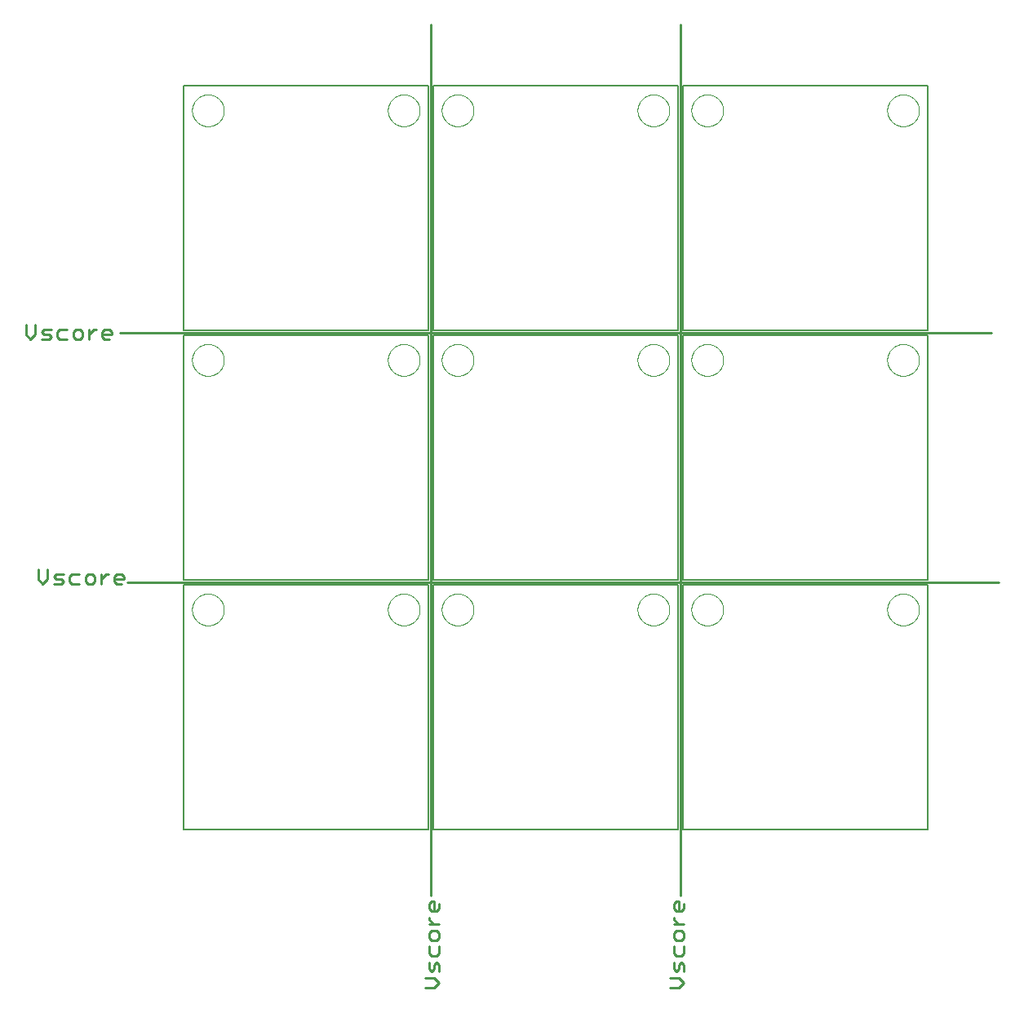
<source format=gko>
G75*
%MOIN*%
%OFA0B0*%
%FSLAX25Y25*%
%IPPOS*%
%LPD*%
%AMOC8*
5,1,8,0,0,1.08239X$1,22.5*
%
%ADD10C,0.00800*%
%ADD11C,0.01000*%
%ADD12C,0.01100*%
%ADD13C,0.00000*%
D10*
X0155833Y0135000D02*
X0155833Y0235000D01*
X0255833Y0235000D01*
X0255833Y0135000D01*
X0155833Y0135000D01*
X0155833Y0237000D02*
X0155833Y0337000D01*
X0255833Y0337000D01*
X0255833Y0237000D01*
X0155833Y0237000D01*
X0257833Y0237000D02*
X0257833Y0337000D01*
X0357833Y0337000D01*
X0357833Y0237000D01*
X0257833Y0237000D01*
X0257833Y0235000D02*
X0357833Y0235000D01*
X0357833Y0135000D01*
X0257833Y0135000D01*
X0257833Y0235000D01*
X0359833Y0235000D02*
X0359833Y0135000D01*
X0459833Y0135000D01*
X0459833Y0235000D01*
X0359833Y0235000D01*
X0359833Y0237000D02*
X0359833Y0337000D01*
X0459833Y0337000D01*
X0459833Y0237000D01*
X0359833Y0237000D01*
X0359833Y0339000D02*
X0359833Y0439000D01*
X0459833Y0439000D01*
X0459833Y0339000D01*
X0359833Y0339000D01*
X0357833Y0339000D02*
X0357833Y0439000D01*
X0257833Y0439000D01*
X0257833Y0339000D01*
X0357833Y0339000D01*
X0255833Y0339000D02*
X0255833Y0439000D01*
X0155833Y0439000D01*
X0155833Y0339000D01*
X0255833Y0339000D01*
D11*
X0132833Y0236000D02*
X0488833Y0236000D01*
X0485833Y0338000D02*
X0129833Y0338000D01*
X0256833Y0464000D02*
X0256833Y0108000D01*
X0358833Y0108000D02*
X0358833Y0464000D01*
D12*
X0126473Y0338503D02*
X0126473Y0337518D01*
X0122537Y0337518D01*
X0122537Y0336534D02*
X0122537Y0338503D01*
X0123521Y0339487D01*
X0125489Y0339487D01*
X0126473Y0338503D01*
X0125489Y0335550D02*
X0123521Y0335550D01*
X0122537Y0336534D01*
X0120118Y0339487D02*
X0119134Y0339487D01*
X0117165Y0337518D01*
X0117165Y0335550D02*
X0117165Y0339487D01*
X0114657Y0338503D02*
X0113672Y0339487D01*
X0111704Y0339487D01*
X0110720Y0338503D01*
X0110720Y0336534D01*
X0111704Y0335550D01*
X0113672Y0335550D01*
X0114657Y0336534D01*
X0114657Y0338503D01*
X0108211Y0339487D02*
X0105258Y0339487D01*
X0104274Y0338503D01*
X0104274Y0336534D01*
X0105258Y0335550D01*
X0108211Y0335550D01*
X0101766Y0336534D02*
X0100781Y0337518D01*
X0098813Y0337518D01*
X0097829Y0338503D01*
X0098813Y0339487D01*
X0101766Y0339487D01*
X0101766Y0336534D02*
X0100781Y0335550D01*
X0097829Y0335550D01*
X0095320Y0337518D02*
X0095320Y0341455D01*
X0095320Y0337518D02*
X0093352Y0335550D01*
X0091383Y0337518D01*
X0091383Y0341455D01*
X0096383Y0241455D02*
X0096383Y0237518D01*
X0098352Y0235550D01*
X0100320Y0237518D01*
X0100320Y0241455D01*
X0102829Y0238503D02*
X0103813Y0239487D01*
X0106766Y0239487D01*
X0105781Y0237518D02*
X0103813Y0237518D01*
X0102829Y0238503D01*
X0102829Y0235550D02*
X0105781Y0235550D01*
X0106766Y0236534D01*
X0105781Y0237518D01*
X0109274Y0236534D02*
X0110258Y0235550D01*
X0113211Y0235550D01*
X0115720Y0236534D02*
X0116704Y0235550D01*
X0118672Y0235550D01*
X0119657Y0236534D01*
X0119657Y0238503D01*
X0118672Y0239487D01*
X0116704Y0239487D01*
X0115720Y0238503D01*
X0115720Y0236534D01*
X0113211Y0239487D02*
X0110258Y0239487D01*
X0109274Y0238503D01*
X0109274Y0236534D01*
X0122165Y0235550D02*
X0122165Y0239487D01*
X0122165Y0237518D02*
X0124134Y0239487D01*
X0125118Y0239487D01*
X0127537Y0238503D02*
X0127537Y0236534D01*
X0128521Y0235550D01*
X0130489Y0235550D01*
X0131473Y0237518D02*
X0127537Y0237518D01*
X0127537Y0238503D02*
X0128521Y0239487D01*
X0130489Y0239487D01*
X0131473Y0238503D01*
X0131473Y0237518D01*
X0257331Y0105640D02*
X0258315Y0105640D01*
X0258315Y0101703D01*
X0259299Y0101703D02*
X0257331Y0101703D01*
X0256347Y0102687D01*
X0256347Y0104656D01*
X0257331Y0105640D01*
X0260283Y0104656D02*
X0260283Y0102687D01*
X0259299Y0101703D01*
X0256347Y0099285D02*
X0256347Y0098300D01*
X0258315Y0096332D01*
X0260283Y0096332D02*
X0256347Y0096332D01*
X0257331Y0093823D02*
X0256347Y0092839D01*
X0256347Y0090871D01*
X0257331Y0089886D01*
X0259299Y0089886D01*
X0260283Y0090871D01*
X0260283Y0092839D01*
X0259299Y0093823D01*
X0257331Y0093823D01*
X0256347Y0087378D02*
X0256347Y0084425D01*
X0257331Y0083441D01*
X0259299Y0083441D01*
X0260283Y0084425D01*
X0260283Y0087378D01*
X0259299Y0080932D02*
X0258315Y0079948D01*
X0258315Y0077980D01*
X0257331Y0076995D01*
X0256347Y0077980D01*
X0256347Y0080932D01*
X0259299Y0080932D02*
X0260283Y0079948D01*
X0260283Y0076995D01*
X0258315Y0074487D02*
X0260283Y0072518D01*
X0258315Y0070550D01*
X0254378Y0070550D01*
X0254378Y0074487D02*
X0258315Y0074487D01*
X0354378Y0074487D02*
X0358315Y0074487D01*
X0360283Y0072518D01*
X0358315Y0070550D01*
X0354378Y0070550D01*
X0357331Y0076995D02*
X0356347Y0077980D01*
X0356347Y0080932D01*
X0358315Y0079948D02*
X0358315Y0077980D01*
X0357331Y0076995D01*
X0360283Y0076995D02*
X0360283Y0079948D01*
X0359299Y0080932D01*
X0358315Y0079948D01*
X0359299Y0083441D02*
X0360283Y0084425D01*
X0360283Y0087378D01*
X0359299Y0089886D02*
X0357331Y0089886D01*
X0356347Y0090871D01*
X0356347Y0092839D01*
X0357331Y0093823D01*
X0359299Y0093823D01*
X0360283Y0092839D01*
X0360283Y0090871D01*
X0359299Y0089886D01*
X0356347Y0087378D02*
X0356347Y0084425D01*
X0357331Y0083441D01*
X0359299Y0083441D01*
X0358315Y0096332D02*
X0356347Y0098300D01*
X0356347Y0099285D01*
X0357331Y0101703D02*
X0356347Y0102687D01*
X0356347Y0104656D01*
X0357331Y0105640D01*
X0358315Y0105640D01*
X0358315Y0101703D01*
X0359299Y0101703D02*
X0357331Y0101703D01*
X0359299Y0101703D02*
X0360283Y0102687D01*
X0360283Y0104656D01*
X0360283Y0096332D02*
X0356347Y0096332D01*
D13*
X0341333Y0225000D02*
X0341335Y0225161D01*
X0341341Y0225321D01*
X0341351Y0225482D01*
X0341365Y0225642D01*
X0341383Y0225802D01*
X0341404Y0225961D01*
X0341430Y0226120D01*
X0341460Y0226278D01*
X0341493Y0226435D01*
X0341531Y0226592D01*
X0341572Y0226747D01*
X0341617Y0226901D01*
X0341666Y0227054D01*
X0341719Y0227206D01*
X0341775Y0227357D01*
X0341836Y0227506D01*
X0341899Y0227654D01*
X0341967Y0227800D01*
X0342038Y0227944D01*
X0342112Y0228086D01*
X0342190Y0228227D01*
X0342272Y0228365D01*
X0342357Y0228502D01*
X0342445Y0228636D01*
X0342537Y0228768D01*
X0342632Y0228898D01*
X0342730Y0229026D01*
X0342831Y0229151D01*
X0342935Y0229273D01*
X0343042Y0229393D01*
X0343152Y0229510D01*
X0343265Y0229625D01*
X0343381Y0229736D01*
X0343500Y0229845D01*
X0343621Y0229950D01*
X0343745Y0230053D01*
X0343871Y0230153D01*
X0343999Y0230249D01*
X0344130Y0230342D01*
X0344264Y0230432D01*
X0344399Y0230519D01*
X0344537Y0230602D01*
X0344676Y0230682D01*
X0344818Y0230758D01*
X0344961Y0230831D01*
X0345106Y0230900D01*
X0345253Y0230966D01*
X0345401Y0231028D01*
X0345551Y0231086D01*
X0345702Y0231141D01*
X0345855Y0231192D01*
X0346009Y0231239D01*
X0346164Y0231282D01*
X0346320Y0231321D01*
X0346476Y0231357D01*
X0346634Y0231388D01*
X0346792Y0231416D01*
X0346951Y0231440D01*
X0347111Y0231460D01*
X0347271Y0231476D01*
X0347431Y0231488D01*
X0347592Y0231496D01*
X0347753Y0231500D01*
X0347913Y0231500D01*
X0348074Y0231496D01*
X0348235Y0231488D01*
X0348395Y0231476D01*
X0348555Y0231460D01*
X0348715Y0231440D01*
X0348874Y0231416D01*
X0349032Y0231388D01*
X0349190Y0231357D01*
X0349346Y0231321D01*
X0349502Y0231282D01*
X0349657Y0231239D01*
X0349811Y0231192D01*
X0349964Y0231141D01*
X0350115Y0231086D01*
X0350265Y0231028D01*
X0350413Y0230966D01*
X0350560Y0230900D01*
X0350705Y0230831D01*
X0350848Y0230758D01*
X0350990Y0230682D01*
X0351129Y0230602D01*
X0351267Y0230519D01*
X0351402Y0230432D01*
X0351536Y0230342D01*
X0351667Y0230249D01*
X0351795Y0230153D01*
X0351921Y0230053D01*
X0352045Y0229950D01*
X0352166Y0229845D01*
X0352285Y0229736D01*
X0352401Y0229625D01*
X0352514Y0229510D01*
X0352624Y0229393D01*
X0352731Y0229273D01*
X0352835Y0229151D01*
X0352936Y0229026D01*
X0353034Y0228898D01*
X0353129Y0228768D01*
X0353221Y0228636D01*
X0353309Y0228502D01*
X0353394Y0228365D01*
X0353476Y0228227D01*
X0353554Y0228086D01*
X0353628Y0227944D01*
X0353699Y0227800D01*
X0353767Y0227654D01*
X0353830Y0227506D01*
X0353891Y0227357D01*
X0353947Y0227206D01*
X0354000Y0227054D01*
X0354049Y0226901D01*
X0354094Y0226747D01*
X0354135Y0226592D01*
X0354173Y0226435D01*
X0354206Y0226278D01*
X0354236Y0226120D01*
X0354262Y0225961D01*
X0354283Y0225802D01*
X0354301Y0225642D01*
X0354315Y0225482D01*
X0354325Y0225321D01*
X0354331Y0225161D01*
X0354333Y0225000D01*
X0354331Y0224839D01*
X0354325Y0224679D01*
X0354315Y0224518D01*
X0354301Y0224358D01*
X0354283Y0224198D01*
X0354262Y0224039D01*
X0354236Y0223880D01*
X0354206Y0223722D01*
X0354173Y0223565D01*
X0354135Y0223408D01*
X0354094Y0223253D01*
X0354049Y0223099D01*
X0354000Y0222946D01*
X0353947Y0222794D01*
X0353891Y0222643D01*
X0353830Y0222494D01*
X0353767Y0222346D01*
X0353699Y0222200D01*
X0353628Y0222056D01*
X0353554Y0221914D01*
X0353476Y0221773D01*
X0353394Y0221635D01*
X0353309Y0221498D01*
X0353221Y0221364D01*
X0353129Y0221232D01*
X0353034Y0221102D01*
X0352936Y0220974D01*
X0352835Y0220849D01*
X0352731Y0220727D01*
X0352624Y0220607D01*
X0352514Y0220490D01*
X0352401Y0220375D01*
X0352285Y0220264D01*
X0352166Y0220155D01*
X0352045Y0220050D01*
X0351921Y0219947D01*
X0351795Y0219847D01*
X0351667Y0219751D01*
X0351536Y0219658D01*
X0351402Y0219568D01*
X0351267Y0219481D01*
X0351129Y0219398D01*
X0350990Y0219318D01*
X0350848Y0219242D01*
X0350705Y0219169D01*
X0350560Y0219100D01*
X0350413Y0219034D01*
X0350265Y0218972D01*
X0350115Y0218914D01*
X0349964Y0218859D01*
X0349811Y0218808D01*
X0349657Y0218761D01*
X0349502Y0218718D01*
X0349346Y0218679D01*
X0349190Y0218643D01*
X0349032Y0218612D01*
X0348874Y0218584D01*
X0348715Y0218560D01*
X0348555Y0218540D01*
X0348395Y0218524D01*
X0348235Y0218512D01*
X0348074Y0218504D01*
X0347913Y0218500D01*
X0347753Y0218500D01*
X0347592Y0218504D01*
X0347431Y0218512D01*
X0347271Y0218524D01*
X0347111Y0218540D01*
X0346951Y0218560D01*
X0346792Y0218584D01*
X0346634Y0218612D01*
X0346476Y0218643D01*
X0346320Y0218679D01*
X0346164Y0218718D01*
X0346009Y0218761D01*
X0345855Y0218808D01*
X0345702Y0218859D01*
X0345551Y0218914D01*
X0345401Y0218972D01*
X0345253Y0219034D01*
X0345106Y0219100D01*
X0344961Y0219169D01*
X0344818Y0219242D01*
X0344676Y0219318D01*
X0344537Y0219398D01*
X0344399Y0219481D01*
X0344264Y0219568D01*
X0344130Y0219658D01*
X0343999Y0219751D01*
X0343871Y0219847D01*
X0343745Y0219947D01*
X0343621Y0220050D01*
X0343500Y0220155D01*
X0343381Y0220264D01*
X0343265Y0220375D01*
X0343152Y0220490D01*
X0343042Y0220607D01*
X0342935Y0220727D01*
X0342831Y0220849D01*
X0342730Y0220974D01*
X0342632Y0221102D01*
X0342537Y0221232D01*
X0342445Y0221364D01*
X0342357Y0221498D01*
X0342272Y0221635D01*
X0342190Y0221773D01*
X0342112Y0221914D01*
X0342038Y0222056D01*
X0341967Y0222200D01*
X0341899Y0222346D01*
X0341836Y0222494D01*
X0341775Y0222643D01*
X0341719Y0222794D01*
X0341666Y0222946D01*
X0341617Y0223099D01*
X0341572Y0223253D01*
X0341531Y0223408D01*
X0341493Y0223565D01*
X0341460Y0223722D01*
X0341430Y0223880D01*
X0341404Y0224039D01*
X0341383Y0224198D01*
X0341365Y0224358D01*
X0341351Y0224518D01*
X0341341Y0224679D01*
X0341335Y0224839D01*
X0341333Y0225000D01*
X0363333Y0225000D02*
X0363335Y0225161D01*
X0363341Y0225321D01*
X0363351Y0225482D01*
X0363365Y0225642D01*
X0363383Y0225802D01*
X0363404Y0225961D01*
X0363430Y0226120D01*
X0363460Y0226278D01*
X0363493Y0226435D01*
X0363531Y0226592D01*
X0363572Y0226747D01*
X0363617Y0226901D01*
X0363666Y0227054D01*
X0363719Y0227206D01*
X0363775Y0227357D01*
X0363836Y0227506D01*
X0363899Y0227654D01*
X0363967Y0227800D01*
X0364038Y0227944D01*
X0364112Y0228086D01*
X0364190Y0228227D01*
X0364272Y0228365D01*
X0364357Y0228502D01*
X0364445Y0228636D01*
X0364537Y0228768D01*
X0364632Y0228898D01*
X0364730Y0229026D01*
X0364831Y0229151D01*
X0364935Y0229273D01*
X0365042Y0229393D01*
X0365152Y0229510D01*
X0365265Y0229625D01*
X0365381Y0229736D01*
X0365500Y0229845D01*
X0365621Y0229950D01*
X0365745Y0230053D01*
X0365871Y0230153D01*
X0365999Y0230249D01*
X0366130Y0230342D01*
X0366264Y0230432D01*
X0366399Y0230519D01*
X0366537Y0230602D01*
X0366676Y0230682D01*
X0366818Y0230758D01*
X0366961Y0230831D01*
X0367106Y0230900D01*
X0367253Y0230966D01*
X0367401Y0231028D01*
X0367551Y0231086D01*
X0367702Y0231141D01*
X0367855Y0231192D01*
X0368009Y0231239D01*
X0368164Y0231282D01*
X0368320Y0231321D01*
X0368476Y0231357D01*
X0368634Y0231388D01*
X0368792Y0231416D01*
X0368951Y0231440D01*
X0369111Y0231460D01*
X0369271Y0231476D01*
X0369431Y0231488D01*
X0369592Y0231496D01*
X0369753Y0231500D01*
X0369913Y0231500D01*
X0370074Y0231496D01*
X0370235Y0231488D01*
X0370395Y0231476D01*
X0370555Y0231460D01*
X0370715Y0231440D01*
X0370874Y0231416D01*
X0371032Y0231388D01*
X0371190Y0231357D01*
X0371346Y0231321D01*
X0371502Y0231282D01*
X0371657Y0231239D01*
X0371811Y0231192D01*
X0371964Y0231141D01*
X0372115Y0231086D01*
X0372265Y0231028D01*
X0372413Y0230966D01*
X0372560Y0230900D01*
X0372705Y0230831D01*
X0372848Y0230758D01*
X0372990Y0230682D01*
X0373129Y0230602D01*
X0373267Y0230519D01*
X0373402Y0230432D01*
X0373536Y0230342D01*
X0373667Y0230249D01*
X0373795Y0230153D01*
X0373921Y0230053D01*
X0374045Y0229950D01*
X0374166Y0229845D01*
X0374285Y0229736D01*
X0374401Y0229625D01*
X0374514Y0229510D01*
X0374624Y0229393D01*
X0374731Y0229273D01*
X0374835Y0229151D01*
X0374936Y0229026D01*
X0375034Y0228898D01*
X0375129Y0228768D01*
X0375221Y0228636D01*
X0375309Y0228502D01*
X0375394Y0228365D01*
X0375476Y0228227D01*
X0375554Y0228086D01*
X0375628Y0227944D01*
X0375699Y0227800D01*
X0375767Y0227654D01*
X0375830Y0227506D01*
X0375891Y0227357D01*
X0375947Y0227206D01*
X0376000Y0227054D01*
X0376049Y0226901D01*
X0376094Y0226747D01*
X0376135Y0226592D01*
X0376173Y0226435D01*
X0376206Y0226278D01*
X0376236Y0226120D01*
X0376262Y0225961D01*
X0376283Y0225802D01*
X0376301Y0225642D01*
X0376315Y0225482D01*
X0376325Y0225321D01*
X0376331Y0225161D01*
X0376333Y0225000D01*
X0376331Y0224839D01*
X0376325Y0224679D01*
X0376315Y0224518D01*
X0376301Y0224358D01*
X0376283Y0224198D01*
X0376262Y0224039D01*
X0376236Y0223880D01*
X0376206Y0223722D01*
X0376173Y0223565D01*
X0376135Y0223408D01*
X0376094Y0223253D01*
X0376049Y0223099D01*
X0376000Y0222946D01*
X0375947Y0222794D01*
X0375891Y0222643D01*
X0375830Y0222494D01*
X0375767Y0222346D01*
X0375699Y0222200D01*
X0375628Y0222056D01*
X0375554Y0221914D01*
X0375476Y0221773D01*
X0375394Y0221635D01*
X0375309Y0221498D01*
X0375221Y0221364D01*
X0375129Y0221232D01*
X0375034Y0221102D01*
X0374936Y0220974D01*
X0374835Y0220849D01*
X0374731Y0220727D01*
X0374624Y0220607D01*
X0374514Y0220490D01*
X0374401Y0220375D01*
X0374285Y0220264D01*
X0374166Y0220155D01*
X0374045Y0220050D01*
X0373921Y0219947D01*
X0373795Y0219847D01*
X0373667Y0219751D01*
X0373536Y0219658D01*
X0373402Y0219568D01*
X0373267Y0219481D01*
X0373129Y0219398D01*
X0372990Y0219318D01*
X0372848Y0219242D01*
X0372705Y0219169D01*
X0372560Y0219100D01*
X0372413Y0219034D01*
X0372265Y0218972D01*
X0372115Y0218914D01*
X0371964Y0218859D01*
X0371811Y0218808D01*
X0371657Y0218761D01*
X0371502Y0218718D01*
X0371346Y0218679D01*
X0371190Y0218643D01*
X0371032Y0218612D01*
X0370874Y0218584D01*
X0370715Y0218560D01*
X0370555Y0218540D01*
X0370395Y0218524D01*
X0370235Y0218512D01*
X0370074Y0218504D01*
X0369913Y0218500D01*
X0369753Y0218500D01*
X0369592Y0218504D01*
X0369431Y0218512D01*
X0369271Y0218524D01*
X0369111Y0218540D01*
X0368951Y0218560D01*
X0368792Y0218584D01*
X0368634Y0218612D01*
X0368476Y0218643D01*
X0368320Y0218679D01*
X0368164Y0218718D01*
X0368009Y0218761D01*
X0367855Y0218808D01*
X0367702Y0218859D01*
X0367551Y0218914D01*
X0367401Y0218972D01*
X0367253Y0219034D01*
X0367106Y0219100D01*
X0366961Y0219169D01*
X0366818Y0219242D01*
X0366676Y0219318D01*
X0366537Y0219398D01*
X0366399Y0219481D01*
X0366264Y0219568D01*
X0366130Y0219658D01*
X0365999Y0219751D01*
X0365871Y0219847D01*
X0365745Y0219947D01*
X0365621Y0220050D01*
X0365500Y0220155D01*
X0365381Y0220264D01*
X0365265Y0220375D01*
X0365152Y0220490D01*
X0365042Y0220607D01*
X0364935Y0220727D01*
X0364831Y0220849D01*
X0364730Y0220974D01*
X0364632Y0221102D01*
X0364537Y0221232D01*
X0364445Y0221364D01*
X0364357Y0221498D01*
X0364272Y0221635D01*
X0364190Y0221773D01*
X0364112Y0221914D01*
X0364038Y0222056D01*
X0363967Y0222200D01*
X0363899Y0222346D01*
X0363836Y0222494D01*
X0363775Y0222643D01*
X0363719Y0222794D01*
X0363666Y0222946D01*
X0363617Y0223099D01*
X0363572Y0223253D01*
X0363531Y0223408D01*
X0363493Y0223565D01*
X0363460Y0223722D01*
X0363430Y0223880D01*
X0363404Y0224039D01*
X0363383Y0224198D01*
X0363365Y0224358D01*
X0363351Y0224518D01*
X0363341Y0224679D01*
X0363335Y0224839D01*
X0363333Y0225000D01*
X0443333Y0225000D02*
X0443335Y0225161D01*
X0443341Y0225321D01*
X0443351Y0225482D01*
X0443365Y0225642D01*
X0443383Y0225802D01*
X0443404Y0225961D01*
X0443430Y0226120D01*
X0443460Y0226278D01*
X0443493Y0226435D01*
X0443531Y0226592D01*
X0443572Y0226747D01*
X0443617Y0226901D01*
X0443666Y0227054D01*
X0443719Y0227206D01*
X0443775Y0227357D01*
X0443836Y0227506D01*
X0443899Y0227654D01*
X0443967Y0227800D01*
X0444038Y0227944D01*
X0444112Y0228086D01*
X0444190Y0228227D01*
X0444272Y0228365D01*
X0444357Y0228502D01*
X0444445Y0228636D01*
X0444537Y0228768D01*
X0444632Y0228898D01*
X0444730Y0229026D01*
X0444831Y0229151D01*
X0444935Y0229273D01*
X0445042Y0229393D01*
X0445152Y0229510D01*
X0445265Y0229625D01*
X0445381Y0229736D01*
X0445500Y0229845D01*
X0445621Y0229950D01*
X0445745Y0230053D01*
X0445871Y0230153D01*
X0445999Y0230249D01*
X0446130Y0230342D01*
X0446264Y0230432D01*
X0446399Y0230519D01*
X0446537Y0230602D01*
X0446676Y0230682D01*
X0446818Y0230758D01*
X0446961Y0230831D01*
X0447106Y0230900D01*
X0447253Y0230966D01*
X0447401Y0231028D01*
X0447551Y0231086D01*
X0447702Y0231141D01*
X0447855Y0231192D01*
X0448009Y0231239D01*
X0448164Y0231282D01*
X0448320Y0231321D01*
X0448476Y0231357D01*
X0448634Y0231388D01*
X0448792Y0231416D01*
X0448951Y0231440D01*
X0449111Y0231460D01*
X0449271Y0231476D01*
X0449431Y0231488D01*
X0449592Y0231496D01*
X0449753Y0231500D01*
X0449913Y0231500D01*
X0450074Y0231496D01*
X0450235Y0231488D01*
X0450395Y0231476D01*
X0450555Y0231460D01*
X0450715Y0231440D01*
X0450874Y0231416D01*
X0451032Y0231388D01*
X0451190Y0231357D01*
X0451346Y0231321D01*
X0451502Y0231282D01*
X0451657Y0231239D01*
X0451811Y0231192D01*
X0451964Y0231141D01*
X0452115Y0231086D01*
X0452265Y0231028D01*
X0452413Y0230966D01*
X0452560Y0230900D01*
X0452705Y0230831D01*
X0452848Y0230758D01*
X0452990Y0230682D01*
X0453129Y0230602D01*
X0453267Y0230519D01*
X0453402Y0230432D01*
X0453536Y0230342D01*
X0453667Y0230249D01*
X0453795Y0230153D01*
X0453921Y0230053D01*
X0454045Y0229950D01*
X0454166Y0229845D01*
X0454285Y0229736D01*
X0454401Y0229625D01*
X0454514Y0229510D01*
X0454624Y0229393D01*
X0454731Y0229273D01*
X0454835Y0229151D01*
X0454936Y0229026D01*
X0455034Y0228898D01*
X0455129Y0228768D01*
X0455221Y0228636D01*
X0455309Y0228502D01*
X0455394Y0228365D01*
X0455476Y0228227D01*
X0455554Y0228086D01*
X0455628Y0227944D01*
X0455699Y0227800D01*
X0455767Y0227654D01*
X0455830Y0227506D01*
X0455891Y0227357D01*
X0455947Y0227206D01*
X0456000Y0227054D01*
X0456049Y0226901D01*
X0456094Y0226747D01*
X0456135Y0226592D01*
X0456173Y0226435D01*
X0456206Y0226278D01*
X0456236Y0226120D01*
X0456262Y0225961D01*
X0456283Y0225802D01*
X0456301Y0225642D01*
X0456315Y0225482D01*
X0456325Y0225321D01*
X0456331Y0225161D01*
X0456333Y0225000D01*
X0456331Y0224839D01*
X0456325Y0224679D01*
X0456315Y0224518D01*
X0456301Y0224358D01*
X0456283Y0224198D01*
X0456262Y0224039D01*
X0456236Y0223880D01*
X0456206Y0223722D01*
X0456173Y0223565D01*
X0456135Y0223408D01*
X0456094Y0223253D01*
X0456049Y0223099D01*
X0456000Y0222946D01*
X0455947Y0222794D01*
X0455891Y0222643D01*
X0455830Y0222494D01*
X0455767Y0222346D01*
X0455699Y0222200D01*
X0455628Y0222056D01*
X0455554Y0221914D01*
X0455476Y0221773D01*
X0455394Y0221635D01*
X0455309Y0221498D01*
X0455221Y0221364D01*
X0455129Y0221232D01*
X0455034Y0221102D01*
X0454936Y0220974D01*
X0454835Y0220849D01*
X0454731Y0220727D01*
X0454624Y0220607D01*
X0454514Y0220490D01*
X0454401Y0220375D01*
X0454285Y0220264D01*
X0454166Y0220155D01*
X0454045Y0220050D01*
X0453921Y0219947D01*
X0453795Y0219847D01*
X0453667Y0219751D01*
X0453536Y0219658D01*
X0453402Y0219568D01*
X0453267Y0219481D01*
X0453129Y0219398D01*
X0452990Y0219318D01*
X0452848Y0219242D01*
X0452705Y0219169D01*
X0452560Y0219100D01*
X0452413Y0219034D01*
X0452265Y0218972D01*
X0452115Y0218914D01*
X0451964Y0218859D01*
X0451811Y0218808D01*
X0451657Y0218761D01*
X0451502Y0218718D01*
X0451346Y0218679D01*
X0451190Y0218643D01*
X0451032Y0218612D01*
X0450874Y0218584D01*
X0450715Y0218560D01*
X0450555Y0218540D01*
X0450395Y0218524D01*
X0450235Y0218512D01*
X0450074Y0218504D01*
X0449913Y0218500D01*
X0449753Y0218500D01*
X0449592Y0218504D01*
X0449431Y0218512D01*
X0449271Y0218524D01*
X0449111Y0218540D01*
X0448951Y0218560D01*
X0448792Y0218584D01*
X0448634Y0218612D01*
X0448476Y0218643D01*
X0448320Y0218679D01*
X0448164Y0218718D01*
X0448009Y0218761D01*
X0447855Y0218808D01*
X0447702Y0218859D01*
X0447551Y0218914D01*
X0447401Y0218972D01*
X0447253Y0219034D01*
X0447106Y0219100D01*
X0446961Y0219169D01*
X0446818Y0219242D01*
X0446676Y0219318D01*
X0446537Y0219398D01*
X0446399Y0219481D01*
X0446264Y0219568D01*
X0446130Y0219658D01*
X0445999Y0219751D01*
X0445871Y0219847D01*
X0445745Y0219947D01*
X0445621Y0220050D01*
X0445500Y0220155D01*
X0445381Y0220264D01*
X0445265Y0220375D01*
X0445152Y0220490D01*
X0445042Y0220607D01*
X0444935Y0220727D01*
X0444831Y0220849D01*
X0444730Y0220974D01*
X0444632Y0221102D01*
X0444537Y0221232D01*
X0444445Y0221364D01*
X0444357Y0221498D01*
X0444272Y0221635D01*
X0444190Y0221773D01*
X0444112Y0221914D01*
X0444038Y0222056D01*
X0443967Y0222200D01*
X0443899Y0222346D01*
X0443836Y0222494D01*
X0443775Y0222643D01*
X0443719Y0222794D01*
X0443666Y0222946D01*
X0443617Y0223099D01*
X0443572Y0223253D01*
X0443531Y0223408D01*
X0443493Y0223565D01*
X0443460Y0223722D01*
X0443430Y0223880D01*
X0443404Y0224039D01*
X0443383Y0224198D01*
X0443365Y0224358D01*
X0443351Y0224518D01*
X0443341Y0224679D01*
X0443335Y0224839D01*
X0443333Y0225000D01*
X0443333Y0327000D02*
X0443335Y0327161D01*
X0443341Y0327321D01*
X0443351Y0327482D01*
X0443365Y0327642D01*
X0443383Y0327802D01*
X0443404Y0327961D01*
X0443430Y0328120D01*
X0443460Y0328278D01*
X0443493Y0328435D01*
X0443531Y0328592D01*
X0443572Y0328747D01*
X0443617Y0328901D01*
X0443666Y0329054D01*
X0443719Y0329206D01*
X0443775Y0329357D01*
X0443836Y0329506D01*
X0443899Y0329654D01*
X0443967Y0329800D01*
X0444038Y0329944D01*
X0444112Y0330086D01*
X0444190Y0330227D01*
X0444272Y0330365D01*
X0444357Y0330502D01*
X0444445Y0330636D01*
X0444537Y0330768D01*
X0444632Y0330898D01*
X0444730Y0331026D01*
X0444831Y0331151D01*
X0444935Y0331273D01*
X0445042Y0331393D01*
X0445152Y0331510D01*
X0445265Y0331625D01*
X0445381Y0331736D01*
X0445500Y0331845D01*
X0445621Y0331950D01*
X0445745Y0332053D01*
X0445871Y0332153D01*
X0445999Y0332249D01*
X0446130Y0332342D01*
X0446264Y0332432D01*
X0446399Y0332519D01*
X0446537Y0332602D01*
X0446676Y0332682D01*
X0446818Y0332758D01*
X0446961Y0332831D01*
X0447106Y0332900D01*
X0447253Y0332966D01*
X0447401Y0333028D01*
X0447551Y0333086D01*
X0447702Y0333141D01*
X0447855Y0333192D01*
X0448009Y0333239D01*
X0448164Y0333282D01*
X0448320Y0333321D01*
X0448476Y0333357D01*
X0448634Y0333388D01*
X0448792Y0333416D01*
X0448951Y0333440D01*
X0449111Y0333460D01*
X0449271Y0333476D01*
X0449431Y0333488D01*
X0449592Y0333496D01*
X0449753Y0333500D01*
X0449913Y0333500D01*
X0450074Y0333496D01*
X0450235Y0333488D01*
X0450395Y0333476D01*
X0450555Y0333460D01*
X0450715Y0333440D01*
X0450874Y0333416D01*
X0451032Y0333388D01*
X0451190Y0333357D01*
X0451346Y0333321D01*
X0451502Y0333282D01*
X0451657Y0333239D01*
X0451811Y0333192D01*
X0451964Y0333141D01*
X0452115Y0333086D01*
X0452265Y0333028D01*
X0452413Y0332966D01*
X0452560Y0332900D01*
X0452705Y0332831D01*
X0452848Y0332758D01*
X0452990Y0332682D01*
X0453129Y0332602D01*
X0453267Y0332519D01*
X0453402Y0332432D01*
X0453536Y0332342D01*
X0453667Y0332249D01*
X0453795Y0332153D01*
X0453921Y0332053D01*
X0454045Y0331950D01*
X0454166Y0331845D01*
X0454285Y0331736D01*
X0454401Y0331625D01*
X0454514Y0331510D01*
X0454624Y0331393D01*
X0454731Y0331273D01*
X0454835Y0331151D01*
X0454936Y0331026D01*
X0455034Y0330898D01*
X0455129Y0330768D01*
X0455221Y0330636D01*
X0455309Y0330502D01*
X0455394Y0330365D01*
X0455476Y0330227D01*
X0455554Y0330086D01*
X0455628Y0329944D01*
X0455699Y0329800D01*
X0455767Y0329654D01*
X0455830Y0329506D01*
X0455891Y0329357D01*
X0455947Y0329206D01*
X0456000Y0329054D01*
X0456049Y0328901D01*
X0456094Y0328747D01*
X0456135Y0328592D01*
X0456173Y0328435D01*
X0456206Y0328278D01*
X0456236Y0328120D01*
X0456262Y0327961D01*
X0456283Y0327802D01*
X0456301Y0327642D01*
X0456315Y0327482D01*
X0456325Y0327321D01*
X0456331Y0327161D01*
X0456333Y0327000D01*
X0456331Y0326839D01*
X0456325Y0326679D01*
X0456315Y0326518D01*
X0456301Y0326358D01*
X0456283Y0326198D01*
X0456262Y0326039D01*
X0456236Y0325880D01*
X0456206Y0325722D01*
X0456173Y0325565D01*
X0456135Y0325408D01*
X0456094Y0325253D01*
X0456049Y0325099D01*
X0456000Y0324946D01*
X0455947Y0324794D01*
X0455891Y0324643D01*
X0455830Y0324494D01*
X0455767Y0324346D01*
X0455699Y0324200D01*
X0455628Y0324056D01*
X0455554Y0323914D01*
X0455476Y0323773D01*
X0455394Y0323635D01*
X0455309Y0323498D01*
X0455221Y0323364D01*
X0455129Y0323232D01*
X0455034Y0323102D01*
X0454936Y0322974D01*
X0454835Y0322849D01*
X0454731Y0322727D01*
X0454624Y0322607D01*
X0454514Y0322490D01*
X0454401Y0322375D01*
X0454285Y0322264D01*
X0454166Y0322155D01*
X0454045Y0322050D01*
X0453921Y0321947D01*
X0453795Y0321847D01*
X0453667Y0321751D01*
X0453536Y0321658D01*
X0453402Y0321568D01*
X0453267Y0321481D01*
X0453129Y0321398D01*
X0452990Y0321318D01*
X0452848Y0321242D01*
X0452705Y0321169D01*
X0452560Y0321100D01*
X0452413Y0321034D01*
X0452265Y0320972D01*
X0452115Y0320914D01*
X0451964Y0320859D01*
X0451811Y0320808D01*
X0451657Y0320761D01*
X0451502Y0320718D01*
X0451346Y0320679D01*
X0451190Y0320643D01*
X0451032Y0320612D01*
X0450874Y0320584D01*
X0450715Y0320560D01*
X0450555Y0320540D01*
X0450395Y0320524D01*
X0450235Y0320512D01*
X0450074Y0320504D01*
X0449913Y0320500D01*
X0449753Y0320500D01*
X0449592Y0320504D01*
X0449431Y0320512D01*
X0449271Y0320524D01*
X0449111Y0320540D01*
X0448951Y0320560D01*
X0448792Y0320584D01*
X0448634Y0320612D01*
X0448476Y0320643D01*
X0448320Y0320679D01*
X0448164Y0320718D01*
X0448009Y0320761D01*
X0447855Y0320808D01*
X0447702Y0320859D01*
X0447551Y0320914D01*
X0447401Y0320972D01*
X0447253Y0321034D01*
X0447106Y0321100D01*
X0446961Y0321169D01*
X0446818Y0321242D01*
X0446676Y0321318D01*
X0446537Y0321398D01*
X0446399Y0321481D01*
X0446264Y0321568D01*
X0446130Y0321658D01*
X0445999Y0321751D01*
X0445871Y0321847D01*
X0445745Y0321947D01*
X0445621Y0322050D01*
X0445500Y0322155D01*
X0445381Y0322264D01*
X0445265Y0322375D01*
X0445152Y0322490D01*
X0445042Y0322607D01*
X0444935Y0322727D01*
X0444831Y0322849D01*
X0444730Y0322974D01*
X0444632Y0323102D01*
X0444537Y0323232D01*
X0444445Y0323364D01*
X0444357Y0323498D01*
X0444272Y0323635D01*
X0444190Y0323773D01*
X0444112Y0323914D01*
X0444038Y0324056D01*
X0443967Y0324200D01*
X0443899Y0324346D01*
X0443836Y0324494D01*
X0443775Y0324643D01*
X0443719Y0324794D01*
X0443666Y0324946D01*
X0443617Y0325099D01*
X0443572Y0325253D01*
X0443531Y0325408D01*
X0443493Y0325565D01*
X0443460Y0325722D01*
X0443430Y0325880D01*
X0443404Y0326039D01*
X0443383Y0326198D01*
X0443365Y0326358D01*
X0443351Y0326518D01*
X0443341Y0326679D01*
X0443335Y0326839D01*
X0443333Y0327000D01*
X0363333Y0327000D02*
X0363335Y0327161D01*
X0363341Y0327321D01*
X0363351Y0327482D01*
X0363365Y0327642D01*
X0363383Y0327802D01*
X0363404Y0327961D01*
X0363430Y0328120D01*
X0363460Y0328278D01*
X0363493Y0328435D01*
X0363531Y0328592D01*
X0363572Y0328747D01*
X0363617Y0328901D01*
X0363666Y0329054D01*
X0363719Y0329206D01*
X0363775Y0329357D01*
X0363836Y0329506D01*
X0363899Y0329654D01*
X0363967Y0329800D01*
X0364038Y0329944D01*
X0364112Y0330086D01*
X0364190Y0330227D01*
X0364272Y0330365D01*
X0364357Y0330502D01*
X0364445Y0330636D01*
X0364537Y0330768D01*
X0364632Y0330898D01*
X0364730Y0331026D01*
X0364831Y0331151D01*
X0364935Y0331273D01*
X0365042Y0331393D01*
X0365152Y0331510D01*
X0365265Y0331625D01*
X0365381Y0331736D01*
X0365500Y0331845D01*
X0365621Y0331950D01*
X0365745Y0332053D01*
X0365871Y0332153D01*
X0365999Y0332249D01*
X0366130Y0332342D01*
X0366264Y0332432D01*
X0366399Y0332519D01*
X0366537Y0332602D01*
X0366676Y0332682D01*
X0366818Y0332758D01*
X0366961Y0332831D01*
X0367106Y0332900D01*
X0367253Y0332966D01*
X0367401Y0333028D01*
X0367551Y0333086D01*
X0367702Y0333141D01*
X0367855Y0333192D01*
X0368009Y0333239D01*
X0368164Y0333282D01*
X0368320Y0333321D01*
X0368476Y0333357D01*
X0368634Y0333388D01*
X0368792Y0333416D01*
X0368951Y0333440D01*
X0369111Y0333460D01*
X0369271Y0333476D01*
X0369431Y0333488D01*
X0369592Y0333496D01*
X0369753Y0333500D01*
X0369913Y0333500D01*
X0370074Y0333496D01*
X0370235Y0333488D01*
X0370395Y0333476D01*
X0370555Y0333460D01*
X0370715Y0333440D01*
X0370874Y0333416D01*
X0371032Y0333388D01*
X0371190Y0333357D01*
X0371346Y0333321D01*
X0371502Y0333282D01*
X0371657Y0333239D01*
X0371811Y0333192D01*
X0371964Y0333141D01*
X0372115Y0333086D01*
X0372265Y0333028D01*
X0372413Y0332966D01*
X0372560Y0332900D01*
X0372705Y0332831D01*
X0372848Y0332758D01*
X0372990Y0332682D01*
X0373129Y0332602D01*
X0373267Y0332519D01*
X0373402Y0332432D01*
X0373536Y0332342D01*
X0373667Y0332249D01*
X0373795Y0332153D01*
X0373921Y0332053D01*
X0374045Y0331950D01*
X0374166Y0331845D01*
X0374285Y0331736D01*
X0374401Y0331625D01*
X0374514Y0331510D01*
X0374624Y0331393D01*
X0374731Y0331273D01*
X0374835Y0331151D01*
X0374936Y0331026D01*
X0375034Y0330898D01*
X0375129Y0330768D01*
X0375221Y0330636D01*
X0375309Y0330502D01*
X0375394Y0330365D01*
X0375476Y0330227D01*
X0375554Y0330086D01*
X0375628Y0329944D01*
X0375699Y0329800D01*
X0375767Y0329654D01*
X0375830Y0329506D01*
X0375891Y0329357D01*
X0375947Y0329206D01*
X0376000Y0329054D01*
X0376049Y0328901D01*
X0376094Y0328747D01*
X0376135Y0328592D01*
X0376173Y0328435D01*
X0376206Y0328278D01*
X0376236Y0328120D01*
X0376262Y0327961D01*
X0376283Y0327802D01*
X0376301Y0327642D01*
X0376315Y0327482D01*
X0376325Y0327321D01*
X0376331Y0327161D01*
X0376333Y0327000D01*
X0376331Y0326839D01*
X0376325Y0326679D01*
X0376315Y0326518D01*
X0376301Y0326358D01*
X0376283Y0326198D01*
X0376262Y0326039D01*
X0376236Y0325880D01*
X0376206Y0325722D01*
X0376173Y0325565D01*
X0376135Y0325408D01*
X0376094Y0325253D01*
X0376049Y0325099D01*
X0376000Y0324946D01*
X0375947Y0324794D01*
X0375891Y0324643D01*
X0375830Y0324494D01*
X0375767Y0324346D01*
X0375699Y0324200D01*
X0375628Y0324056D01*
X0375554Y0323914D01*
X0375476Y0323773D01*
X0375394Y0323635D01*
X0375309Y0323498D01*
X0375221Y0323364D01*
X0375129Y0323232D01*
X0375034Y0323102D01*
X0374936Y0322974D01*
X0374835Y0322849D01*
X0374731Y0322727D01*
X0374624Y0322607D01*
X0374514Y0322490D01*
X0374401Y0322375D01*
X0374285Y0322264D01*
X0374166Y0322155D01*
X0374045Y0322050D01*
X0373921Y0321947D01*
X0373795Y0321847D01*
X0373667Y0321751D01*
X0373536Y0321658D01*
X0373402Y0321568D01*
X0373267Y0321481D01*
X0373129Y0321398D01*
X0372990Y0321318D01*
X0372848Y0321242D01*
X0372705Y0321169D01*
X0372560Y0321100D01*
X0372413Y0321034D01*
X0372265Y0320972D01*
X0372115Y0320914D01*
X0371964Y0320859D01*
X0371811Y0320808D01*
X0371657Y0320761D01*
X0371502Y0320718D01*
X0371346Y0320679D01*
X0371190Y0320643D01*
X0371032Y0320612D01*
X0370874Y0320584D01*
X0370715Y0320560D01*
X0370555Y0320540D01*
X0370395Y0320524D01*
X0370235Y0320512D01*
X0370074Y0320504D01*
X0369913Y0320500D01*
X0369753Y0320500D01*
X0369592Y0320504D01*
X0369431Y0320512D01*
X0369271Y0320524D01*
X0369111Y0320540D01*
X0368951Y0320560D01*
X0368792Y0320584D01*
X0368634Y0320612D01*
X0368476Y0320643D01*
X0368320Y0320679D01*
X0368164Y0320718D01*
X0368009Y0320761D01*
X0367855Y0320808D01*
X0367702Y0320859D01*
X0367551Y0320914D01*
X0367401Y0320972D01*
X0367253Y0321034D01*
X0367106Y0321100D01*
X0366961Y0321169D01*
X0366818Y0321242D01*
X0366676Y0321318D01*
X0366537Y0321398D01*
X0366399Y0321481D01*
X0366264Y0321568D01*
X0366130Y0321658D01*
X0365999Y0321751D01*
X0365871Y0321847D01*
X0365745Y0321947D01*
X0365621Y0322050D01*
X0365500Y0322155D01*
X0365381Y0322264D01*
X0365265Y0322375D01*
X0365152Y0322490D01*
X0365042Y0322607D01*
X0364935Y0322727D01*
X0364831Y0322849D01*
X0364730Y0322974D01*
X0364632Y0323102D01*
X0364537Y0323232D01*
X0364445Y0323364D01*
X0364357Y0323498D01*
X0364272Y0323635D01*
X0364190Y0323773D01*
X0364112Y0323914D01*
X0364038Y0324056D01*
X0363967Y0324200D01*
X0363899Y0324346D01*
X0363836Y0324494D01*
X0363775Y0324643D01*
X0363719Y0324794D01*
X0363666Y0324946D01*
X0363617Y0325099D01*
X0363572Y0325253D01*
X0363531Y0325408D01*
X0363493Y0325565D01*
X0363460Y0325722D01*
X0363430Y0325880D01*
X0363404Y0326039D01*
X0363383Y0326198D01*
X0363365Y0326358D01*
X0363351Y0326518D01*
X0363341Y0326679D01*
X0363335Y0326839D01*
X0363333Y0327000D01*
X0341333Y0327000D02*
X0341335Y0327161D01*
X0341341Y0327321D01*
X0341351Y0327482D01*
X0341365Y0327642D01*
X0341383Y0327802D01*
X0341404Y0327961D01*
X0341430Y0328120D01*
X0341460Y0328278D01*
X0341493Y0328435D01*
X0341531Y0328592D01*
X0341572Y0328747D01*
X0341617Y0328901D01*
X0341666Y0329054D01*
X0341719Y0329206D01*
X0341775Y0329357D01*
X0341836Y0329506D01*
X0341899Y0329654D01*
X0341967Y0329800D01*
X0342038Y0329944D01*
X0342112Y0330086D01*
X0342190Y0330227D01*
X0342272Y0330365D01*
X0342357Y0330502D01*
X0342445Y0330636D01*
X0342537Y0330768D01*
X0342632Y0330898D01*
X0342730Y0331026D01*
X0342831Y0331151D01*
X0342935Y0331273D01*
X0343042Y0331393D01*
X0343152Y0331510D01*
X0343265Y0331625D01*
X0343381Y0331736D01*
X0343500Y0331845D01*
X0343621Y0331950D01*
X0343745Y0332053D01*
X0343871Y0332153D01*
X0343999Y0332249D01*
X0344130Y0332342D01*
X0344264Y0332432D01*
X0344399Y0332519D01*
X0344537Y0332602D01*
X0344676Y0332682D01*
X0344818Y0332758D01*
X0344961Y0332831D01*
X0345106Y0332900D01*
X0345253Y0332966D01*
X0345401Y0333028D01*
X0345551Y0333086D01*
X0345702Y0333141D01*
X0345855Y0333192D01*
X0346009Y0333239D01*
X0346164Y0333282D01*
X0346320Y0333321D01*
X0346476Y0333357D01*
X0346634Y0333388D01*
X0346792Y0333416D01*
X0346951Y0333440D01*
X0347111Y0333460D01*
X0347271Y0333476D01*
X0347431Y0333488D01*
X0347592Y0333496D01*
X0347753Y0333500D01*
X0347913Y0333500D01*
X0348074Y0333496D01*
X0348235Y0333488D01*
X0348395Y0333476D01*
X0348555Y0333460D01*
X0348715Y0333440D01*
X0348874Y0333416D01*
X0349032Y0333388D01*
X0349190Y0333357D01*
X0349346Y0333321D01*
X0349502Y0333282D01*
X0349657Y0333239D01*
X0349811Y0333192D01*
X0349964Y0333141D01*
X0350115Y0333086D01*
X0350265Y0333028D01*
X0350413Y0332966D01*
X0350560Y0332900D01*
X0350705Y0332831D01*
X0350848Y0332758D01*
X0350990Y0332682D01*
X0351129Y0332602D01*
X0351267Y0332519D01*
X0351402Y0332432D01*
X0351536Y0332342D01*
X0351667Y0332249D01*
X0351795Y0332153D01*
X0351921Y0332053D01*
X0352045Y0331950D01*
X0352166Y0331845D01*
X0352285Y0331736D01*
X0352401Y0331625D01*
X0352514Y0331510D01*
X0352624Y0331393D01*
X0352731Y0331273D01*
X0352835Y0331151D01*
X0352936Y0331026D01*
X0353034Y0330898D01*
X0353129Y0330768D01*
X0353221Y0330636D01*
X0353309Y0330502D01*
X0353394Y0330365D01*
X0353476Y0330227D01*
X0353554Y0330086D01*
X0353628Y0329944D01*
X0353699Y0329800D01*
X0353767Y0329654D01*
X0353830Y0329506D01*
X0353891Y0329357D01*
X0353947Y0329206D01*
X0354000Y0329054D01*
X0354049Y0328901D01*
X0354094Y0328747D01*
X0354135Y0328592D01*
X0354173Y0328435D01*
X0354206Y0328278D01*
X0354236Y0328120D01*
X0354262Y0327961D01*
X0354283Y0327802D01*
X0354301Y0327642D01*
X0354315Y0327482D01*
X0354325Y0327321D01*
X0354331Y0327161D01*
X0354333Y0327000D01*
X0354331Y0326839D01*
X0354325Y0326679D01*
X0354315Y0326518D01*
X0354301Y0326358D01*
X0354283Y0326198D01*
X0354262Y0326039D01*
X0354236Y0325880D01*
X0354206Y0325722D01*
X0354173Y0325565D01*
X0354135Y0325408D01*
X0354094Y0325253D01*
X0354049Y0325099D01*
X0354000Y0324946D01*
X0353947Y0324794D01*
X0353891Y0324643D01*
X0353830Y0324494D01*
X0353767Y0324346D01*
X0353699Y0324200D01*
X0353628Y0324056D01*
X0353554Y0323914D01*
X0353476Y0323773D01*
X0353394Y0323635D01*
X0353309Y0323498D01*
X0353221Y0323364D01*
X0353129Y0323232D01*
X0353034Y0323102D01*
X0352936Y0322974D01*
X0352835Y0322849D01*
X0352731Y0322727D01*
X0352624Y0322607D01*
X0352514Y0322490D01*
X0352401Y0322375D01*
X0352285Y0322264D01*
X0352166Y0322155D01*
X0352045Y0322050D01*
X0351921Y0321947D01*
X0351795Y0321847D01*
X0351667Y0321751D01*
X0351536Y0321658D01*
X0351402Y0321568D01*
X0351267Y0321481D01*
X0351129Y0321398D01*
X0350990Y0321318D01*
X0350848Y0321242D01*
X0350705Y0321169D01*
X0350560Y0321100D01*
X0350413Y0321034D01*
X0350265Y0320972D01*
X0350115Y0320914D01*
X0349964Y0320859D01*
X0349811Y0320808D01*
X0349657Y0320761D01*
X0349502Y0320718D01*
X0349346Y0320679D01*
X0349190Y0320643D01*
X0349032Y0320612D01*
X0348874Y0320584D01*
X0348715Y0320560D01*
X0348555Y0320540D01*
X0348395Y0320524D01*
X0348235Y0320512D01*
X0348074Y0320504D01*
X0347913Y0320500D01*
X0347753Y0320500D01*
X0347592Y0320504D01*
X0347431Y0320512D01*
X0347271Y0320524D01*
X0347111Y0320540D01*
X0346951Y0320560D01*
X0346792Y0320584D01*
X0346634Y0320612D01*
X0346476Y0320643D01*
X0346320Y0320679D01*
X0346164Y0320718D01*
X0346009Y0320761D01*
X0345855Y0320808D01*
X0345702Y0320859D01*
X0345551Y0320914D01*
X0345401Y0320972D01*
X0345253Y0321034D01*
X0345106Y0321100D01*
X0344961Y0321169D01*
X0344818Y0321242D01*
X0344676Y0321318D01*
X0344537Y0321398D01*
X0344399Y0321481D01*
X0344264Y0321568D01*
X0344130Y0321658D01*
X0343999Y0321751D01*
X0343871Y0321847D01*
X0343745Y0321947D01*
X0343621Y0322050D01*
X0343500Y0322155D01*
X0343381Y0322264D01*
X0343265Y0322375D01*
X0343152Y0322490D01*
X0343042Y0322607D01*
X0342935Y0322727D01*
X0342831Y0322849D01*
X0342730Y0322974D01*
X0342632Y0323102D01*
X0342537Y0323232D01*
X0342445Y0323364D01*
X0342357Y0323498D01*
X0342272Y0323635D01*
X0342190Y0323773D01*
X0342112Y0323914D01*
X0342038Y0324056D01*
X0341967Y0324200D01*
X0341899Y0324346D01*
X0341836Y0324494D01*
X0341775Y0324643D01*
X0341719Y0324794D01*
X0341666Y0324946D01*
X0341617Y0325099D01*
X0341572Y0325253D01*
X0341531Y0325408D01*
X0341493Y0325565D01*
X0341460Y0325722D01*
X0341430Y0325880D01*
X0341404Y0326039D01*
X0341383Y0326198D01*
X0341365Y0326358D01*
X0341351Y0326518D01*
X0341341Y0326679D01*
X0341335Y0326839D01*
X0341333Y0327000D01*
X0261333Y0327000D02*
X0261335Y0327161D01*
X0261341Y0327321D01*
X0261351Y0327482D01*
X0261365Y0327642D01*
X0261383Y0327802D01*
X0261404Y0327961D01*
X0261430Y0328120D01*
X0261460Y0328278D01*
X0261493Y0328435D01*
X0261531Y0328592D01*
X0261572Y0328747D01*
X0261617Y0328901D01*
X0261666Y0329054D01*
X0261719Y0329206D01*
X0261775Y0329357D01*
X0261836Y0329506D01*
X0261899Y0329654D01*
X0261967Y0329800D01*
X0262038Y0329944D01*
X0262112Y0330086D01*
X0262190Y0330227D01*
X0262272Y0330365D01*
X0262357Y0330502D01*
X0262445Y0330636D01*
X0262537Y0330768D01*
X0262632Y0330898D01*
X0262730Y0331026D01*
X0262831Y0331151D01*
X0262935Y0331273D01*
X0263042Y0331393D01*
X0263152Y0331510D01*
X0263265Y0331625D01*
X0263381Y0331736D01*
X0263500Y0331845D01*
X0263621Y0331950D01*
X0263745Y0332053D01*
X0263871Y0332153D01*
X0263999Y0332249D01*
X0264130Y0332342D01*
X0264264Y0332432D01*
X0264399Y0332519D01*
X0264537Y0332602D01*
X0264676Y0332682D01*
X0264818Y0332758D01*
X0264961Y0332831D01*
X0265106Y0332900D01*
X0265253Y0332966D01*
X0265401Y0333028D01*
X0265551Y0333086D01*
X0265702Y0333141D01*
X0265855Y0333192D01*
X0266009Y0333239D01*
X0266164Y0333282D01*
X0266320Y0333321D01*
X0266476Y0333357D01*
X0266634Y0333388D01*
X0266792Y0333416D01*
X0266951Y0333440D01*
X0267111Y0333460D01*
X0267271Y0333476D01*
X0267431Y0333488D01*
X0267592Y0333496D01*
X0267753Y0333500D01*
X0267913Y0333500D01*
X0268074Y0333496D01*
X0268235Y0333488D01*
X0268395Y0333476D01*
X0268555Y0333460D01*
X0268715Y0333440D01*
X0268874Y0333416D01*
X0269032Y0333388D01*
X0269190Y0333357D01*
X0269346Y0333321D01*
X0269502Y0333282D01*
X0269657Y0333239D01*
X0269811Y0333192D01*
X0269964Y0333141D01*
X0270115Y0333086D01*
X0270265Y0333028D01*
X0270413Y0332966D01*
X0270560Y0332900D01*
X0270705Y0332831D01*
X0270848Y0332758D01*
X0270990Y0332682D01*
X0271129Y0332602D01*
X0271267Y0332519D01*
X0271402Y0332432D01*
X0271536Y0332342D01*
X0271667Y0332249D01*
X0271795Y0332153D01*
X0271921Y0332053D01*
X0272045Y0331950D01*
X0272166Y0331845D01*
X0272285Y0331736D01*
X0272401Y0331625D01*
X0272514Y0331510D01*
X0272624Y0331393D01*
X0272731Y0331273D01*
X0272835Y0331151D01*
X0272936Y0331026D01*
X0273034Y0330898D01*
X0273129Y0330768D01*
X0273221Y0330636D01*
X0273309Y0330502D01*
X0273394Y0330365D01*
X0273476Y0330227D01*
X0273554Y0330086D01*
X0273628Y0329944D01*
X0273699Y0329800D01*
X0273767Y0329654D01*
X0273830Y0329506D01*
X0273891Y0329357D01*
X0273947Y0329206D01*
X0274000Y0329054D01*
X0274049Y0328901D01*
X0274094Y0328747D01*
X0274135Y0328592D01*
X0274173Y0328435D01*
X0274206Y0328278D01*
X0274236Y0328120D01*
X0274262Y0327961D01*
X0274283Y0327802D01*
X0274301Y0327642D01*
X0274315Y0327482D01*
X0274325Y0327321D01*
X0274331Y0327161D01*
X0274333Y0327000D01*
X0274331Y0326839D01*
X0274325Y0326679D01*
X0274315Y0326518D01*
X0274301Y0326358D01*
X0274283Y0326198D01*
X0274262Y0326039D01*
X0274236Y0325880D01*
X0274206Y0325722D01*
X0274173Y0325565D01*
X0274135Y0325408D01*
X0274094Y0325253D01*
X0274049Y0325099D01*
X0274000Y0324946D01*
X0273947Y0324794D01*
X0273891Y0324643D01*
X0273830Y0324494D01*
X0273767Y0324346D01*
X0273699Y0324200D01*
X0273628Y0324056D01*
X0273554Y0323914D01*
X0273476Y0323773D01*
X0273394Y0323635D01*
X0273309Y0323498D01*
X0273221Y0323364D01*
X0273129Y0323232D01*
X0273034Y0323102D01*
X0272936Y0322974D01*
X0272835Y0322849D01*
X0272731Y0322727D01*
X0272624Y0322607D01*
X0272514Y0322490D01*
X0272401Y0322375D01*
X0272285Y0322264D01*
X0272166Y0322155D01*
X0272045Y0322050D01*
X0271921Y0321947D01*
X0271795Y0321847D01*
X0271667Y0321751D01*
X0271536Y0321658D01*
X0271402Y0321568D01*
X0271267Y0321481D01*
X0271129Y0321398D01*
X0270990Y0321318D01*
X0270848Y0321242D01*
X0270705Y0321169D01*
X0270560Y0321100D01*
X0270413Y0321034D01*
X0270265Y0320972D01*
X0270115Y0320914D01*
X0269964Y0320859D01*
X0269811Y0320808D01*
X0269657Y0320761D01*
X0269502Y0320718D01*
X0269346Y0320679D01*
X0269190Y0320643D01*
X0269032Y0320612D01*
X0268874Y0320584D01*
X0268715Y0320560D01*
X0268555Y0320540D01*
X0268395Y0320524D01*
X0268235Y0320512D01*
X0268074Y0320504D01*
X0267913Y0320500D01*
X0267753Y0320500D01*
X0267592Y0320504D01*
X0267431Y0320512D01*
X0267271Y0320524D01*
X0267111Y0320540D01*
X0266951Y0320560D01*
X0266792Y0320584D01*
X0266634Y0320612D01*
X0266476Y0320643D01*
X0266320Y0320679D01*
X0266164Y0320718D01*
X0266009Y0320761D01*
X0265855Y0320808D01*
X0265702Y0320859D01*
X0265551Y0320914D01*
X0265401Y0320972D01*
X0265253Y0321034D01*
X0265106Y0321100D01*
X0264961Y0321169D01*
X0264818Y0321242D01*
X0264676Y0321318D01*
X0264537Y0321398D01*
X0264399Y0321481D01*
X0264264Y0321568D01*
X0264130Y0321658D01*
X0263999Y0321751D01*
X0263871Y0321847D01*
X0263745Y0321947D01*
X0263621Y0322050D01*
X0263500Y0322155D01*
X0263381Y0322264D01*
X0263265Y0322375D01*
X0263152Y0322490D01*
X0263042Y0322607D01*
X0262935Y0322727D01*
X0262831Y0322849D01*
X0262730Y0322974D01*
X0262632Y0323102D01*
X0262537Y0323232D01*
X0262445Y0323364D01*
X0262357Y0323498D01*
X0262272Y0323635D01*
X0262190Y0323773D01*
X0262112Y0323914D01*
X0262038Y0324056D01*
X0261967Y0324200D01*
X0261899Y0324346D01*
X0261836Y0324494D01*
X0261775Y0324643D01*
X0261719Y0324794D01*
X0261666Y0324946D01*
X0261617Y0325099D01*
X0261572Y0325253D01*
X0261531Y0325408D01*
X0261493Y0325565D01*
X0261460Y0325722D01*
X0261430Y0325880D01*
X0261404Y0326039D01*
X0261383Y0326198D01*
X0261365Y0326358D01*
X0261351Y0326518D01*
X0261341Y0326679D01*
X0261335Y0326839D01*
X0261333Y0327000D01*
X0239333Y0327000D02*
X0239335Y0327161D01*
X0239341Y0327321D01*
X0239351Y0327482D01*
X0239365Y0327642D01*
X0239383Y0327802D01*
X0239404Y0327961D01*
X0239430Y0328120D01*
X0239460Y0328278D01*
X0239493Y0328435D01*
X0239531Y0328592D01*
X0239572Y0328747D01*
X0239617Y0328901D01*
X0239666Y0329054D01*
X0239719Y0329206D01*
X0239775Y0329357D01*
X0239836Y0329506D01*
X0239899Y0329654D01*
X0239967Y0329800D01*
X0240038Y0329944D01*
X0240112Y0330086D01*
X0240190Y0330227D01*
X0240272Y0330365D01*
X0240357Y0330502D01*
X0240445Y0330636D01*
X0240537Y0330768D01*
X0240632Y0330898D01*
X0240730Y0331026D01*
X0240831Y0331151D01*
X0240935Y0331273D01*
X0241042Y0331393D01*
X0241152Y0331510D01*
X0241265Y0331625D01*
X0241381Y0331736D01*
X0241500Y0331845D01*
X0241621Y0331950D01*
X0241745Y0332053D01*
X0241871Y0332153D01*
X0241999Y0332249D01*
X0242130Y0332342D01*
X0242264Y0332432D01*
X0242399Y0332519D01*
X0242537Y0332602D01*
X0242676Y0332682D01*
X0242818Y0332758D01*
X0242961Y0332831D01*
X0243106Y0332900D01*
X0243253Y0332966D01*
X0243401Y0333028D01*
X0243551Y0333086D01*
X0243702Y0333141D01*
X0243855Y0333192D01*
X0244009Y0333239D01*
X0244164Y0333282D01*
X0244320Y0333321D01*
X0244476Y0333357D01*
X0244634Y0333388D01*
X0244792Y0333416D01*
X0244951Y0333440D01*
X0245111Y0333460D01*
X0245271Y0333476D01*
X0245431Y0333488D01*
X0245592Y0333496D01*
X0245753Y0333500D01*
X0245913Y0333500D01*
X0246074Y0333496D01*
X0246235Y0333488D01*
X0246395Y0333476D01*
X0246555Y0333460D01*
X0246715Y0333440D01*
X0246874Y0333416D01*
X0247032Y0333388D01*
X0247190Y0333357D01*
X0247346Y0333321D01*
X0247502Y0333282D01*
X0247657Y0333239D01*
X0247811Y0333192D01*
X0247964Y0333141D01*
X0248115Y0333086D01*
X0248265Y0333028D01*
X0248413Y0332966D01*
X0248560Y0332900D01*
X0248705Y0332831D01*
X0248848Y0332758D01*
X0248990Y0332682D01*
X0249129Y0332602D01*
X0249267Y0332519D01*
X0249402Y0332432D01*
X0249536Y0332342D01*
X0249667Y0332249D01*
X0249795Y0332153D01*
X0249921Y0332053D01*
X0250045Y0331950D01*
X0250166Y0331845D01*
X0250285Y0331736D01*
X0250401Y0331625D01*
X0250514Y0331510D01*
X0250624Y0331393D01*
X0250731Y0331273D01*
X0250835Y0331151D01*
X0250936Y0331026D01*
X0251034Y0330898D01*
X0251129Y0330768D01*
X0251221Y0330636D01*
X0251309Y0330502D01*
X0251394Y0330365D01*
X0251476Y0330227D01*
X0251554Y0330086D01*
X0251628Y0329944D01*
X0251699Y0329800D01*
X0251767Y0329654D01*
X0251830Y0329506D01*
X0251891Y0329357D01*
X0251947Y0329206D01*
X0252000Y0329054D01*
X0252049Y0328901D01*
X0252094Y0328747D01*
X0252135Y0328592D01*
X0252173Y0328435D01*
X0252206Y0328278D01*
X0252236Y0328120D01*
X0252262Y0327961D01*
X0252283Y0327802D01*
X0252301Y0327642D01*
X0252315Y0327482D01*
X0252325Y0327321D01*
X0252331Y0327161D01*
X0252333Y0327000D01*
X0252331Y0326839D01*
X0252325Y0326679D01*
X0252315Y0326518D01*
X0252301Y0326358D01*
X0252283Y0326198D01*
X0252262Y0326039D01*
X0252236Y0325880D01*
X0252206Y0325722D01*
X0252173Y0325565D01*
X0252135Y0325408D01*
X0252094Y0325253D01*
X0252049Y0325099D01*
X0252000Y0324946D01*
X0251947Y0324794D01*
X0251891Y0324643D01*
X0251830Y0324494D01*
X0251767Y0324346D01*
X0251699Y0324200D01*
X0251628Y0324056D01*
X0251554Y0323914D01*
X0251476Y0323773D01*
X0251394Y0323635D01*
X0251309Y0323498D01*
X0251221Y0323364D01*
X0251129Y0323232D01*
X0251034Y0323102D01*
X0250936Y0322974D01*
X0250835Y0322849D01*
X0250731Y0322727D01*
X0250624Y0322607D01*
X0250514Y0322490D01*
X0250401Y0322375D01*
X0250285Y0322264D01*
X0250166Y0322155D01*
X0250045Y0322050D01*
X0249921Y0321947D01*
X0249795Y0321847D01*
X0249667Y0321751D01*
X0249536Y0321658D01*
X0249402Y0321568D01*
X0249267Y0321481D01*
X0249129Y0321398D01*
X0248990Y0321318D01*
X0248848Y0321242D01*
X0248705Y0321169D01*
X0248560Y0321100D01*
X0248413Y0321034D01*
X0248265Y0320972D01*
X0248115Y0320914D01*
X0247964Y0320859D01*
X0247811Y0320808D01*
X0247657Y0320761D01*
X0247502Y0320718D01*
X0247346Y0320679D01*
X0247190Y0320643D01*
X0247032Y0320612D01*
X0246874Y0320584D01*
X0246715Y0320560D01*
X0246555Y0320540D01*
X0246395Y0320524D01*
X0246235Y0320512D01*
X0246074Y0320504D01*
X0245913Y0320500D01*
X0245753Y0320500D01*
X0245592Y0320504D01*
X0245431Y0320512D01*
X0245271Y0320524D01*
X0245111Y0320540D01*
X0244951Y0320560D01*
X0244792Y0320584D01*
X0244634Y0320612D01*
X0244476Y0320643D01*
X0244320Y0320679D01*
X0244164Y0320718D01*
X0244009Y0320761D01*
X0243855Y0320808D01*
X0243702Y0320859D01*
X0243551Y0320914D01*
X0243401Y0320972D01*
X0243253Y0321034D01*
X0243106Y0321100D01*
X0242961Y0321169D01*
X0242818Y0321242D01*
X0242676Y0321318D01*
X0242537Y0321398D01*
X0242399Y0321481D01*
X0242264Y0321568D01*
X0242130Y0321658D01*
X0241999Y0321751D01*
X0241871Y0321847D01*
X0241745Y0321947D01*
X0241621Y0322050D01*
X0241500Y0322155D01*
X0241381Y0322264D01*
X0241265Y0322375D01*
X0241152Y0322490D01*
X0241042Y0322607D01*
X0240935Y0322727D01*
X0240831Y0322849D01*
X0240730Y0322974D01*
X0240632Y0323102D01*
X0240537Y0323232D01*
X0240445Y0323364D01*
X0240357Y0323498D01*
X0240272Y0323635D01*
X0240190Y0323773D01*
X0240112Y0323914D01*
X0240038Y0324056D01*
X0239967Y0324200D01*
X0239899Y0324346D01*
X0239836Y0324494D01*
X0239775Y0324643D01*
X0239719Y0324794D01*
X0239666Y0324946D01*
X0239617Y0325099D01*
X0239572Y0325253D01*
X0239531Y0325408D01*
X0239493Y0325565D01*
X0239460Y0325722D01*
X0239430Y0325880D01*
X0239404Y0326039D01*
X0239383Y0326198D01*
X0239365Y0326358D01*
X0239351Y0326518D01*
X0239341Y0326679D01*
X0239335Y0326839D01*
X0239333Y0327000D01*
X0159333Y0327000D02*
X0159335Y0327161D01*
X0159341Y0327321D01*
X0159351Y0327482D01*
X0159365Y0327642D01*
X0159383Y0327802D01*
X0159404Y0327961D01*
X0159430Y0328120D01*
X0159460Y0328278D01*
X0159493Y0328435D01*
X0159531Y0328592D01*
X0159572Y0328747D01*
X0159617Y0328901D01*
X0159666Y0329054D01*
X0159719Y0329206D01*
X0159775Y0329357D01*
X0159836Y0329506D01*
X0159899Y0329654D01*
X0159967Y0329800D01*
X0160038Y0329944D01*
X0160112Y0330086D01*
X0160190Y0330227D01*
X0160272Y0330365D01*
X0160357Y0330502D01*
X0160445Y0330636D01*
X0160537Y0330768D01*
X0160632Y0330898D01*
X0160730Y0331026D01*
X0160831Y0331151D01*
X0160935Y0331273D01*
X0161042Y0331393D01*
X0161152Y0331510D01*
X0161265Y0331625D01*
X0161381Y0331736D01*
X0161500Y0331845D01*
X0161621Y0331950D01*
X0161745Y0332053D01*
X0161871Y0332153D01*
X0161999Y0332249D01*
X0162130Y0332342D01*
X0162264Y0332432D01*
X0162399Y0332519D01*
X0162537Y0332602D01*
X0162676Y0332682D01*
X0162818Y0332758D01*
X0162961Y0332831D01*
X0163106Y0332900D01*
X0163253Y0332966D01*
X0163401Y0333028D01*
X0163551Y0333086D01*
X0163702Y0333141D01*
X0163855Y0333192D01*
X0164009Y0333239D01*
X0164164Y0333282D01*
X0164320Y0333321D01*
X0164476Y0333357D01*
X0164634Y0333388D01*
X0164792Y0333416D01*
X0164951Y0333440D01*
X0165111Y0333460D01*
X0165271Y0333476D01*
X0165431Y0333488D01*
X0165592Y0333496D01*
X0165753Y0333500D01*
X0165913Y0333500D01*
X0166074Y0333496D01*
X0166235Y0333488D01*
X0166395Y0333476D01*
X0166555Y0333460D01*
X0166715Y0333440D01*
X0166874Y0333416D01*
X0167032Y0333388D01*
X0167190Y0333357D01*
X0167346Y0333321D01*
X0167502Y0333282D01*
X0167657Y0333239D01*
X0167811Y0333192D01*
X0167964Y0333141D01*
X0168115Y0333086D01*
X0168265Y0333028D01*
X0168413Y0332966D01*
X0168560Y0332900D01*
X0168705Y0332831D01*
X0168848Y0332758D01*
X0168990Y0332682D01*
X0169129Y0332602D01*
X0169267Y0332519D01*
X0169402Y0332432D01*
X0169536Y0332342D01*
X0169667Y0332249D01*
X0169795Y0332153D01*
X0169921Y0332053D01*
X0170045Y0331950D01*
X0170166Y0331845D01*
X0170285Y0331736D01*
X0170401Y0331625D01*
X0170514Y0331510D01*
X0170624Y0331393D01*
X0170731Y0331273D01*
X0170835Y0331151D01*
X0170936Y0331026D01*
X0171034Y0330898D01*
X0171129Y0330768D01*
X0171221Y0330636D01*
X0171309Y0330502D01*
X0171394Y0330365D01*
X0171476Y0330227D01*
X0171554Y0330086D01*
X0171628Y0329944D01*
X0171699Y0329800D01*
X0171767Y0329654D01*
X0171830Y0329506D01*
X0171891Y0329357D01*
X0171947Y0329206D01*
X0172000Y0329054D01*
X0172049Y0328901D01*
X0172094Y0328747D01*
X0172135Y0328592D01*
X0172173Y0328435D01*
X0172206Y0328278D01*
X0172236Y0328120D01*
X0172262Y0327961D01*
X0172283Y0327802D01*
X0172301Y0327642D01*
X0172315Y0327482D01*
X0172325Y0327321D01*
X0172331Y0327161D01*
X0172333Y0327000D01*
X0172331Y0326839D01*
X0172325Y0326679D01*
X0172315Y0326518D01*
X0172301Y0326358D01*
X0172283Y0326198D01*
X0172262Y0326039D01*
X0172236Y0325880D01*
X0172206Y0325722D01*
X0172173Y0325565D01*
X0172135Y0325408D01*
X0172094Y0325253D01*
X0172049Y0325099D01*
X0172000Y0324946D01*
X0171947Y0324794D01*
X0171891Y0324643D01*
X0171830Y0324494D01*
X0171767Y0324346D01*
X0171699Y0324200D01*
X0171628Y0324056D01*
X0171554Y0323914D01*
X0171476Y0323773D01*
X0171394Y0323635D01*
X0171309Y0323498D01*
X0171221Y0323364D01*
X0171129Y0323232D01*
X0171034Y0323102D01*
X0170936Y0322974D01*
X0170835Y0322849D01*
X0170731Y0322727D01*
X0170624Y0322607D01*
X0170514Y0322490D01*
X0170401Y0322375D01*
X0170285Y0322264D01*
X0170166Y0322155D01*
X0170045Y0322050D01*
X0169921Y0321947D01*
X0169795Y0321847D01*
X0169667Y0321751D01*
X0169536Y0321658D01*
X0169402Y0321568D01*
X0169267Y0321481D01*
X0169129Y0321398D01*
X0168990Y0321318D01*
X0168848Y0321242D01*
X0168705Y0321169D01*
X0168560Y0321100D01*
X0168413Y0321034D01*
X0168265Y0320972D01*
X0168115Y0320914D01*
X0167964Y0320859D01*
X0167811Y0320808D01*
X0167657Y0320761D01*
X0167502Y0320718D01*
X0167346Y0320679D01*
X0167190Y0320643D01*
X0167032Y0320612D01*
X0166874Y0320584D01*
X0166715Y0320560D01*
X0166555Y0320540D01*
X0166395Y0320524D01*
X0166235Y0320512D01*
X0166074Y0320504D01*
X0165913Y0320500D01*
X0165753Y0320500D01*
X0165592Y0320504D01*
X0165431Y0320512D01*
X0165271Y0320524D01*
X0165111Y0320540D01*
X0164951Y0320560D01*
X0164792Y0320584D01*
X0164634Y0320612D01*
X0164476Y0320643D01*
X0164320Y0320679D01*
X0164164Y0320718D01*
X0164009Y0320761D01*
X0163855Y0320808D01*
X0163702Y0320859D01*
X0163551Y0320914D01*
X0163401Y0320972D01*
X0163253Y0321034D01*
X0163106Y0321100D01*
X0162961Y0321169D01*
X0162818Y0321242D01*
X0162676Y0321318D01*
X0162537Y0321398D01*
X0162399Y0321481D01*
X0162264Y0321568D01*
X0162130Y0321658D01*
X0161999Y0321751D01*
X0161871Y0321847D01*
X0161745Y0321947D01*
X0161621Y0322050D01*
X0161500Y0322155D01*
X0161381Y0322264D01*
X0161265Y0322375D01*
X0161152Y0322490D01*
X0161042Y0322607D01*
X0160935Y0322727D01*
X0160831Y0322849D01*
X0160730Y0322974D01*
X0160632Y0323102D01*
X0160537Y0323232D01*
X0160445Y0323364D01*
X0160357Y0323498D01*
X0160272Y0323635D01*
X0160190Y0323773D01*
X0160112Y0323914D01*
X0160038Y0324056D01*
X0159967Y0324200D01*
X0159899Y0324346D01*
X0159836Y0324494D01*
X0159775Y0324643D01*
X0159719Y0324794D01*
X0159666Y0324946D01*
X0159617Y0325099D01*
X0159572Y0325253D01*
X0159531Y0325408D01*
X0159493Y0325565D01*
X0159460Y0325722D01*
X0159430Y0325880D01*
X0159404Y0326039D01*
X0159383Y0326198D01*
X0159365Y0326358D01*
X0159351Y0326518D01*
X0159341Y0326679D01*
X0159335Y0326839D01*
X0159333Y0327000D01*
X0159333Y0225000D02*
X0159335Y0225161D01*
X0159341Y0225321D01*
X0159351Y0225482D01*
X0159365Y0225642D01*
X0159383Y0225802D01*
X0159404Y0225961D01*
X0159430Y0226120D01*
X0159460Y0226278D01*
X0159493Y0226435D01*
X0159531Y0226592D01*
X0159572Y0226747D01*
X0159617Y0226901D01*
X0159666Y0227054D01*
X0159719Y0227206D01*
X0159775Y0227357D01*
X0159836Y0227506D01*
X0159899Y0227654D01*
X0159967Y0227800D01*
X0160038Y0227944D01*
X0160112Y0228086D01*
X0160190Y0228227D01*
X0160272Y0228365D01*
X0160357Y0228502D01*
X0160445Y0228636D01*
X0160537Y0228768D01*
X0160632Y0228898D01*
X0160730Y0229026D01*
X0160831Y0229151D01*
X0160935Y0229273D01*
X0161042Y0229393D01*
X0161152Y0229510D01*
X0161265Y0229625D01*
X0161381Y0229736D01*
X0161500Y0229845D01*
X0161621Y0229950D01*
X0161745Y0230053D01*
X0161871Y0230153D01*
X0161999Y0230249D01*
X0162130Y0230342D01*
X0162264Y0230432D01*
X0162399Y0230519D01*
X0162537Y0230602D01*
X0162676Y0230682D01*
X0162818Y0230758D01*
X0162961Y0230831D01*
X0163106Y0230900D01*
X0163253Y0230966D01*
X0163401Y0231028D01*
X0163551Y0231086D01*
X0163702Y0231141D01*
X0163855Y0231192D01*
X0164009Y0231239D01*
X0164164Y0231282D01*
X0164320Y0231321D01*
X0164476Y0231357D01*
X0164634Y0231388D01*
X0164792Y0231416D01*
X0164951Y0231440D01*
X0165111Y0231460D01*
X0165271Y0231476D01*
X0165431Y0231488D01*
X0165592Y0231496D01*
X0165753Y0231500D01*
X0165913Y0231500D01*
X0166074Y0231496D01*
X0166235Y0231488D01*
X0166395Y0231476D01*
X0166555Y0231460D01*
X0166715Y0231440D01*
X0166874Y0231416D01*
X0167032Y0231388D01*
X0167190Y0231357D01*
X0167346Y0231321D01*
X0167502Y0231282D01*
X0167657Y0231239D01*
X0167811Y0231192D01*
X0167964Y0231141D01*
X0168115Y0231086D01*
X0168265Y0231028D01*
X0168413Y0230966D01*
X0168560Y0230900D01*
X0168705Y0230831D01*
X0168848Y0230758D01*
X0168990Y0230682D01*
X0169129Y0230602D01*
X0169267Y0230519D01*
X0169402Y0230432D01*
X0169536Y0230342D01*
X0169667Y0230249D01*
X0169795Y0230153D01*
X0169921Y0230053D01*
X0170045Y0229950D01*
X0170166Y0229845D01*
X0170285Y0229736D01*
X0170401Y0229625D01*
X0170514Y0229510D01*
X0170624Y0229393D01*
X0170731Y0229273D01*
X0170835Y0229151D01*
X0170936Y0229026D01*
X0171034Y0228898D01*
X0171129Y0228768D01*
X0171221Y0228636D01*
X0171309Y0228502D01*
X0171394Y0228365D01*
X0171476Y0228227D01*
X0171554Y0228086D01*
X0171628Y0227944D01*
X0171699Y0227800D01*
X0171767Y0227654D01*
X0171830Y0227506D01*
X0171891Y0227357D01*
X0171947Y0227206D01*
X0172000Y0227054D01*
X0172049Y0226901D01*
X0172094Y0226747D01*
X0172135Y0226592D01*
X0172173Y0226435D01*
X0172206Y0226278D01*
X0172236Y0226120D01*
X0172262Y0225961D01*
X0172283Y0225802D01*
X0172301Y0225642D01*
X0172315Y0225482D01*
X0172325Y0225321D01*
X0172331Y0225161D01*
X0172333Y0225000D01*
X0172331Y0224839D01*
X0172325Y0224679D01*
X0172315Y0224518D01*
X0172301Y0224358D01*
X0172283Y0224198D01*
X0172262Y0224039D01*
X0172236Y0223880D01*
X0172206Y0223722D01*
X0172173Y0223565D01*
X0172135Y0223408D01*
X0172094Y0223253D01*
X0172049Y0223099D01*
X0172000Y0222946D01*
X0171947Y0222794D01*
X0171891Y0222643D01*
X0171830Y0222494D01*
X0171767Y0222346D01*
X0171699Y0222200D01*
X0171628Y0222056D01*
X0171554Y0221914D01*
X0171476Y0221773D01*
X0171394Y0221635D01*
X0171309Y0221498D01*
X0171221Y0221364D01*
X0171129Y0221232D01*
X0171034Y0221102D01*
X0170936Y0220974D01*
X0170835Y0220849D01*
X0170731Y0220727D01*
X0170624Y0220607D01*
X0170514Y0220490D01*
X0170401Y0220375D01*
X0170285Y0220264D01*
X0170166Y0220155D01*
X0170045Y0220050D01*
X0169921Y0219947D01*
X0169795Y0219847D01*
X0169667Y0219751D01*
X0169536Y0219658D01*
X0169402Y0219568D01*
X0169267Y0219481D01*
X0169129Y0219398D01*
X0168990Y0219318D01*
X0168848Y0219242D01*
X0168705Y0219169D01*
X0168560Y0219100D01*
X0168413Y0219034D01*
X0168265Y0218972D01*
X0168115Y0218914D01*
X0167964Y0218859D01*
X0167811Y0218808D01*
X0167657Y0218761D01*
X0167502Y0218718D01*
X0167346Y0218679D01*
X0167190Y0218643D01*
X0167032Y0218612D01*
X0166874Y0218584D01*
X0166715Y0218560D01*
X0166555Y0218540D01*
X0166395Y0218524D01*
X0166235Y0218512D01*
X0166074Y0218504D01*
X0165913Y0218500D01*
X0165753Y0218500D01*
X0165592Y0218504D01*
X0165431Y0218512D01*
X0165271Y0218524D01*
X0165111Y0218540D01*
X0164951Y0218560D01*
X0164792Y0218584D01*
X0164634Y0218612D01*
X0164476Y0218643D01*
X0164320Y0218679D01*
X0164164Y0218718D01*
X0164009Y0218761D01*
X0163855Y0218808D01*
X0163702Y0218859D01*
X0163551Y0218914D01*
X0163401Y0218972D01*
X0163253Y0219034D01*
X0163106Y0219100D01*
X0162961Y0219169D01*
X0162818Y0219242D01*
X0162676Y0219318D01*
X0162537Y0219398D01*
X0162399Y0219481D01*
X0162264Y0219568D01*
X0162130Y0219658D01*
X0161999Y0219751D01*
X0161871Y0219847D01*
X0161745Y0219947D01*
X0161621Y0220050D01*
X0161500Y0220155D01*
X0161381Y0220264D01*
X0161265Y0220375D01*
X0161152Y0220490D01*
X0161042Y0220607D01*
X0160935Y0220727D01*
X0160831Y0220849D01*
X0160730Y0220974D01*
X0160632Y0221102D01*
X0160537Y0221232D01*
X0160445Y0221364D01*
X0160357Y0221498D01*
X0160272Y0221635D01*
X0160190Y0221773D01*
X0160112Y0221914D01*
X0160038Y0222056D01*
X0159967Y0222200D01*
X0159899Y0222346D01*
X0159836Y0222494D01*
X0159775Y0222643D01*
X0159719Y0222794D01*
X0159666Y0222946D01*
X0159617Y0223099D01*
X0159572Y0223253D01*
X0159531Y0223408D01*
X0159493Y0223565D01*
X0159460Y0223722D01*
X0159430Y0223880D01*
X0159404Y0224039D01*
X0159383Y0224198D01*
X0159365Y0224358D01*
X0159351Y0224518D01*
X0159341Y0224679D01*
X0159335Y0224839D01*
X0159333Y0225000D01*
X0239333Y0225000D02*
X0239335Y0225161D01*
X0239341Y0225321D01*
X0239351Y0225482D01*
X0239365Y0225642D01*
X0239383Y0225802D01*
X0239404Y0225961D01*
X0239430Y0226120D01*
X0239460Y0226278D01*
X0239493Y0226435D01*
X0239531Y0226592D01*
X0239572Y0226747D01*
X0239617Y0226901D01*
X0239666Y0227054D01*
X0239719Y0227206D01*
X0239775Y0227357D01*
X0239836Y0227506D01*
X0239899Y0227654D01*
X0239967Y0227800D01*
X0240038Y0227944D01*
X0240112Y0228086D01*
X0240190Y0228227D01*
X0240272Y0228365D01*
X0240357Y0228502D01*
X0240445Y0228636D01*
X0240537Y0228768D01*
X0240632Y0228898D01*
X0240730Y0229026D01*
X0240831Y0229151D01*
X0240935Y0229273D01*
X0241042Y0229393D01*
X0241152Y0229510D01*
X0241265Y0229625D01*
X0241381Y0229736D01*
X0241500Y0229845D01*
X0241621Y0229950D01*
X0241745Y0230053D01*
X0241871Y0230153D01*
X0241999Y0230249D01*
X0242130Y0230342D01*
X0242264Y0230432D01*
X0242399Y0230519D01*
X0242537Y0230602D01*
X0242676Y0230682D01*
X0242818Y0230758D01*
X0242961Y0230831D01*
X0243106Y0230900D01*
X0243253Y0230966D01*
X0243401Y0231028D01*
X0243551Y0231086D01*
X0243702Y0231141D01*
X0243855Y0231192D01*
X0244009Y0231239D01*
X0244164Y0231282D01*
X0244320Y0231321D01*
X0244476Y0231357D01*
X0244634Y0231388D01*
X0244792Y0231416D01*
X0244951Y0231440D01*
X0245111Y0231460D01*
X0245271Y0231476D01*
X0245431Y0231488D01*
X0245592Y0231496D01*
X0245753Y0231500D01*
X0245913Y0231500D01*
X0246074Y0231496D01*
X0246235Y0231488D01*
X0246395Y0231476D01*
X0246555Y0231460D01*
X0246715Y0231440D01*
X0246874Y0231416D01*
X0247032Y0231388D01*
X0247190Y0231357D01*
X0247346Y0231321D01*
X0247502Y0231282D01*
X0247657Y0231239D01*
X0247811Y0231192D01*
X0247964Y0231141D01*
X0248115Y0231086D01*
X0248265Y0231028D01*
X0248413Y0230966D01*
X0248560Y0230900D01*
X0248705Y0230831D01*
X0248848Y0230758D01*
X0248990Y0230682D01*
X0249129Y0230602D01*
X0249267Y0230519D01*
X0249402Y0230432D01*
X0249536Y0230342D01*
X0249667Y0230249D01*
X0249795Y0230153D01*
X0249921Y0230053D01*
X0250045Y0229950D01*
X0250166Y0229845D01*
X0250285Y0229736D01*
X0250401Y0229625D01*
X0250514Y0229510D01*
X0250624Y0229393D01*
X0250731Y0229273D01*
X0250835Y0229151D01*
X0250936Y0229026D01*
X0251034Y0228898D01*
X0251129Y0228768D01*
X0251221Y0228636D01*
X0251309Y0228502D01*
X0251394Y0228365D01*
X0251476Y0228227D01*
X0251554Y0228086D01*
X0251628Y0227944D01*
X0251699Y0227800D01*
X0251767Y0227654D01*
X0251830Y0227506D01*
X0251891Y0227357D01*
X0251947Y0227206D01*
X0252000Y0227054D01*
X0252049Y0226901D01*
X0252094Y0226747D01*
X0252135Y0226592D01*
X0252173Y0226435D01*
X0252206Y0226278D01*
X0252236Y0226120D01*
X0252262Y0225961D01*
X0252283Y0225802D01*
X0252301Y0225642D01*
X0252315Y0225482D01*
X0252325Y0225321D01*
X0252331Y0225161D01*
X0252333Y0225000D01*
X0252331Y0224839D01*
X0252325Y0224679D01*
X0252315Y0224518D01*
X0252301Y0224358D01*
X0252283Y0224198D01*
X0252262Y0224039D01*
X0252236Y0223880D01*
X0252206Y0223722D01*
X0252173Y0223565D01*
X0252135Y0223408D01*
X0252094Y0223253D01*
X0252049Y0223099D01*
X0252000Y0222946D01*
X0251947Y0222794D01*
X0251891Y0222643D01*
X0251830Y0222494D01*
X0251767Y0222346D01*
X0251699Y0222200D01*
X0251628Y0222056D01*
X0251554Y0221914D01*
X0251476Y0221773D01*
X0251394Y0221635D01*
X0251309Y0221498D01*
X0251221Y0221364D01*
X0251129Y0221232D01*
X0251034Y0221102D01*
X0250936Y0220974D01*
X0250835Y0220849D01*
X0250731Y0220727D01*
X0250624Y0220607D01*
X0250514Y0220490D01*
X0250401Y0220375D01*
X0250285Y0220264D01*
X0250166Y0220155D01*
X0250045Y0220050D01*
X0249921Y0219947D01*
X0249795Y0219847D01*
X0249667Y0219751D01*
X0249536Y0219658D01*
X0249402Y0219568D01*
X0249267Y0219481D01*
X0249129Y0219398D01*
X0248990Y0219318D01*
X0248848Y0219242D01*
X0248705Y0219169D01*
X0248560Y0219100D01*
X0248413Y0219034D01*
X0248265Y0218972D01*
X0248115Y0218914D01*
X0247964Y0218859D01*
X0247811Y0218808D01*
X0247657Y0218761D01*
X0247502Y0218718D01*
X0247346Y0218679D01*
X0247190Y0218643D01*
X0247032Y0218612D01*
X0246874Y0218584D01*
X0246715Y0218560D01*
X0246555Y0218540D01*
X0246395Y0218524D01*
X0246235Y0218512D01*
X0246074Y0218504D01*
X0245913Y0218500D01*
X0245753Y0218500D01*
X0245592Y0218504D01*
X0245431Y0218512D01*
X0245271Y0218524D01*
X0245111Y0218540D01*
X0244951Y0218560D01*
X0244792Y0218584D01*
X0244634Y0218612D01*
X0244476Y0218643D01*
X0244320Y0218679D01*
X0244164Y0218718D01*
X0244009Y0218761D01*
X0243855Y0218808D01*
X0243702Y0218859D01*
X0243551Y0218914D01*
X0243401Y0218972D01*
X0243253Y0219034D01*
X0243106Y0219100D01*
X0242961Y0219169D01*
X0242818Y0219242D01*
X0242676Y0219318D01*
X0242537Y0219398D01*
X0242399Y0219481D01*
X0242264Y0219568D01*
X0242130Y0219658D01*
X0241999Y0219751D01*
X0241871Y0219847D01*
X0241745Y0219947D01*
X0241621Y0220050D01*
X0241500Y0220155D01*
X0241381Y0220264D01*
X0241265Y0220375D01*
X0241152Y0220490D01*
X0241042Y0220607D01*
X0240935Y0220727D01*
X0240831Y0220849D01*
X0240730Y0220974D01*
X0240632Y0221102D01*
X0240537Y0221232D01*
X0240445Y0221364D01*
X0240357Y0221498D01*
X0240272Y0221635D01*
X0240190Y0221773D01*
X0240112Y0221914D01*
X0240038Y0222056D01*
X0239967Y0222200D01*
X0239899Y0222346D01*
X0239836Y0222494D01*
X0239775Y0222643D01*
X0239719Y0222794D01*
X0239666Y0222946D01*
X0239617Y0223099D01*
X0239572Y0223253D01*
X0239531Y0223408D01*
X0239493Y0223565D01*
X0239460Y0223722D01*
X0239430Y0223880D01*
X0239404Y0224039D01*
X0239383Y0224198D01*
X0239365Y0224358D01*
X0239351Y0224518D01*
X0239341Y0224679D01*
X0239335Y0224839D01*
X0239333Y0225000D01*
X0261333Y0225000D02*
X0261335Y0225161D01*
X0261341Y0225321D01*
X0261351Y0225482D01*
X0261365Y0225642D01*
X0261383Y0225802D01*
X0261404Y0225961D01*
X0261430Y0226120D01*
X0261460Y0226278D01*
X0261493Y0226435D01*
X0261531Y0226592D01*
X0261572Y0226747D01*
X0261617Y0226901D01*
X0261666Y0227054D01*
X0261719Y0227206D01*
X0261775Y0227357D01*
X0261836Y0227506D01*
X0261899Y0227654D01*
X0261967Y0227800D01*
X0262038Y0227944D01*
X0262112Y0228086D01*
X0262190Y0228227D01*
X0262272Y0228365D01*
X0262357Y0228502D01*
X0262445Y0228636D01*
X0262537Y0228768D01*
X0262632Y0228898D01*
X0262730Y0229026D01*
X0262831Y0229151D01*
X0262935Y0229273D01*
X0263042Y0229393D01*
X0263152Y0229510D01*
X0263265Y0229625D01*
X0263381Y0229736D01*
X0263500Y0229845D01*
X0263621Y0229950D01*
X0263745Y0230053D01*
X0263871Y0230153D01*
X0263999Y0230249D01*
X0264130Y0230342D01*
X0264264Y0230432D01*
X0264399Y0230519D01*
X0264537Y0230602D01*
X0264676Y0230682D01*
X0264818Y0230758D01*
X0264961Y0230831D01*
X0265106Y0230900D01*
X0265253Y0230966D01*
X0265401Y0231028D01*
X0265551Y0231086D01*
X0265702Y0231141D01*
X0265855Y0231192D01*
X0266009Y0231239D01*
X0266164Y0231282D01*
X0266320Y0231321D01*
X0266476Y0231357D01*
X0266634Y0231388D01*
X0266792Y0231416D01*
X0266951Y0231440D01*
X0267111Y0231460D01*
X0267271Y0231476D01*
X0267431Y0231488D01*
X0267592Y0231496D01*
X0267753Y0231500D01*
X0267913Y0231500D01*
X0268074Y0231496D01*
X0268235Y0231488D01*
X0268395Y0231476D01*
X0268555Y0231460D01*
X0268715Y0231440D01*
X0268874Y0231416D01*
X0269032Y0231388D01*
X0269190Y0231357D01*
X0269346Y0231321D01*
X0269502Y0231282D01*
X0269657Y0231239D01*
X0269811Y0231192D01*
X0269964Y0231141D01*
X0270115Y0231086D01*
X0270265Y0231028D01*
X0270413Y0230966D01*
X0270560Y0230900D01*
X0270705Y0230831D01*
X0270848Y0230758D01*
X0270990Y0230682D01*
X0271129Y0230602D01*
X0271267Y0230519D01*
X0271402Y0230432D01*
X0271536Y0230342D01*
X0271667Y0230249D01*
X0271795Y0230153D01*
X0271921Y0230053D01*
X0272045Y0229950D01*
X0272166Y0229845D01*
X0272285Y0229736D01*
X0272401Y0229625D01*
X0272514Y0229510D01*
X0272624Y0229393D01*
X0272731Y0229273D01*
X0272835Y0229151D01*
X0272936Y0229026D01*
X0273034Y0228898D01*
X0273129Y0228768D01*
X0273221Y0228636D01*
X0273309Y0228502D01*
X0273394Y0228365D01*
X0273476Y0228227D01*
X0273554Y0228086D01*
X0273628Y0227944D01*
X0273699Y0227800D01*
X0273767Y0227654D01*
X0273830Y0227506D01*
X0273891Y0227357D01*
X0273947Y0227206D01*
X0274000Y0227054D01*
X0274049Y0226901D01*
X0274094Y0226747D01*
X0274135Y0226592D01*
X0274173Y0226435D01*
X0274206Y0226278D01*
X0274236Y0226120D01*
X0274262Y0225961D01*
X0274283Y0225802D01*
X0274301Y0225642D01*
X0274315Y0225482D01*
X0274325Y0225321D01*
X0274331Y0225161D01*
X0274333Y0225000D01*
X0274331Y0224839D01*
X0274325Y0224679D01*
X0274315Y0224518D01*
X0274301Y0224358D01*
X0274283Y0224198D01*
X0274262Y0224039D01*
X0274236Y0223880D01*
X0274206Y0223722D01*
X0274173Y0223565D01*
X0274135Y0223408D01*
X0274094Y0223253D01*
X0274049Y0223099D01*
X0274000Y0222946D01*
X0273947Y0222794D01*
X0273891Y0222643D01*
X0273830Y0222494D01*
X0273767Y0222346D01*
X0273699Y0222200D01*
X0273628Y0222056D01*
X0273554Y0221914D01*
X0273476Y0221773D01*
X0273394Y0221635D01*
X0273309Y0221498D01*
X0273221Y0221364D01*
X0273129Y0221232D01*
X0273034Y0221102D01*
X0272936Y0220974D01*
X0272835Y0220849D01*
X0272731Y0220727D01*
X0272624Y0220607D01*
X0272514Y0220490D01*
X0272401Y0220375D01*
X0272285Y0220264D01*
X0272166Y0220155D01*
X0272045Y0220050D01*
X0271921Y0219947D01*
X0271795Y0219847D01*
X0271667Y0219751D01*
X0271536Y0219658D01*
X0271402Y0219568D01*
X0271267Y0219481D01*
X0271129Y0219398D01*
X0270990Y0219318D01*
X0270848Y0219242D01*
X0270705Y0219169D01*
X0270560Y0219100D01*
X0270413Y0219034D01*
X0270265Y0218972D01*
X0270115Y0218914D01*
X0269964Y0218859D01*
X0269811Y0218808D01*
X0269657Y0218761D01*
X0269502Y0218718D01*
X0269346Y0218679D01*
X0269190Y0218643D01*
X0269032Y0218612D01*
X0268874Y0218584D01*
X0268715Y0218560D01*
X0268555Y0218540D01*
X0268395Y0218524D01*
X0268235Y0218512D01*
X0268074Y0218504D01*
X0267913Y0218500D01*
X0267753Y0218500D01*
X0267592Y0218504D01*
X0267431Y0218512D01*
X0267271Y0218524D01*
X0267111Y0218540D01*
X0266951Y0218560D01*
X0266792Y0218584D01*
X0266634Y0218612D01*
X0266476Y0218643D01*
X0266320Y0218679D01*
X0266164Y0218718D01*
X0266009Y0218761D01*
X0265855Y0218808D01*
X0265702Y0218859D01*
X0265551Y0218914D01*
X0265401Y0218972D01*
X0265253Y0219034D01*
X0265106Y0219100D01*
X0264961Y0219169D01*
X0264818Y0219242D01*
X0264676Y0219318D01*
X0264537Y0219398D01*
X0264399Y0219481D01*
X0264264Y0219568D01*
X0264130Y0219658D01*
X0263999Y0219751D01*
X0263871Y0219847D01*
X0263745Y0219947D01*
X0263621Y0220050D01*
X0263500Y0220155D01*
X0263381Y0220264D01*
X0263265Y0220375D01*
X0263152Y0220490D01*
X0263042Y0220607D01*
X0262935Y0220727D01*
X0262831Y0220849D01*
X0262730Y0220974D01*
X0262632Y0221102D01*
X0262537Y0221232D01*
X0262445Y0221364D01*
X0262357Y0221498D01*
X0262272Y0221635D01*
X0262190Y0221773D01*
X0262112Y0221914D01*
X0262038Y0222056D01*
X0261967Y0222200D01*
X0261899Y0222346D01*
X0261836Y0222494D01*
X0261775Y0222643D01*
X0261719Y0222794D01*
X0261666Y0222946D01*
X0261617Y0223099D01*
X0261572Y0223253D01*
X0261531Y0223408D01*
X0261493Y0223565D01*
X0261460Y0223722D01*
X0261430Y0223880D01*
X0261404Y0224039D01*
X0261383Y0224198D01*
X0261365Y0224358D01*
X0261351Y0224518D01*
X0261341Y0224679D01*
X0261335Y0224839D01*
X0261333Y0225000D01*
X0261333Y0429000D02*
X0261335Y0429161D01*
X0261341Y0429321D01*
X0261351Y0429482D01*
X0261365Y0429642D01*
X0261383Y0429802D01*
X0261404Y0429961D01*
X0261430Y0430120D01*
X0261460Y0430278D01*
X0261493Y0430435D01*
X0261531Y0430592D01*
X0261572Y0430747D01*
X0261617Y0430901D01*
X0261666Y0431054D01*
X0261719Y0431206D01*
X0261775Y0431357D01*
X0261836Y0431506D01*
X0261899Y0431654D01*
X0261967Y0431800D01*
X0262038Y0431944D01*
X0262112Y0432086D01*
X0262190Y0432227D01*
X0262272Y0432365D01*
X0262357Y0432502D01*
X0262445Y0432636D01*
X0262537Y0432768D01*
X0262632Y0432898D01*
X0262730Y0433026D01*
X0262831Y0433151D01*
X0262935Y0433273D01*
X0263042Y0433393D01*
X0263152Y0433510D01*
X0263265Y0433625D01*
X0263381Y0433736D01*
X0263500Y0433845D01*
X0263621Y0433950D01*
X0263745Y0434053D01*
X0263871Y0434153D01*
X0263999Y0434249D01*
X0264130Y0434342D01*
X0264264Y0434432D01*
X0264399Y0434519D01*
X0264537Y0434602D01*
X0264676Y0434682D01*
X0264818Y0434758D01*
X0264961Y0434831D01*
X0265106Y0434900D01*
X0265253Y0434966D01*
X0265401Y0435028D01*
X0265551Y0435086D01*
X0265702Y0435141D01*
X0265855Y0435192D01*
X0266009Y0435239D01*
X0266164Y0435282D01*
X0266320Y0435321D01*
X0266476Y0435357D01*
X0266634Y0435388D01*
X0266792Y0435416D01*
X0266951Y0435440D01*
X0267111Y0435460D01*
X0267271Y0435476D01*
X0267431Y0435488D01*
X0267592Y0435496D01*
X0267753Y0435500D01*
X0267913Y0435500D01*
X0268074Y0435496D01*
X0268235Y0435488D01*
X0268395Y0435476D01*
X0268555Y0435460D01*
X0268715Y0435440D01*
X0268874Y0435416D01*
X0269032Y0435388D01*
X0269190Y0435357D01*
X0269346Y0435321D01*
X0269502Y0435282D01*
X0269657Y0435239D01*
X0269811Y0435192D01*
X0269964Y0435141D01*
X0270115Y0435086D01*
X0270265Y0435028D01*
X0270413Y0434966D01*
X0270560Y0434900D01*
X0270705Y0434831D01*
X0270848Y0434758D01*
X0270990Y0434682D01*
X0271129Y0434602D01*
X0271267Y0434519D01*
X0271402Y0434432D01*
X0271536Y0434342D01*
X0271667Y0434249D01*
X0271795Y0434153D01*
X0271921Y0434053D01*
X0272045Y0433950D01*
X0272166Y0433845D01*
X0272285Y0433736D01*
X0272401Y0433625D01*
X0272514Y0433510D01*
X0272624Y0433393D01*
X0272731Y0433273D01*
X0272835Y0433151D01*
X0272936Y0433026D01*
X0273034Y0432898D01*
X0273129Y0432768D01*
X0273221Y0432636D01*
X0273309Y0432502D01*
X0273394Y0432365D01*
X0273476Y0432227D01*
X0273554Y0432086D01*
X0273628Y0431944D01*
X0273699Y0431800D01*
X0273767Y0431654D01*
X0273830Y0431506D01*
X0273891Y0431357D01*
X0273947Y0431206D01*
X0274000Y0431054D01*
X0274049Y0430901D01*
X0274094Y0430747D01*
X0274135Y0430592D01*
X0274173Y0430435D01*
X0274206Y0430278D01*
X0274236Y0430120D01*
X0274262Y0429961D01*
X0274283Y0429802D01*
X0274301Y0429642D01*
X0274315Y0429482D01*
X0274325Y0429321D01*
X0274331Y0429161D01*
X0274333Y0429000D01*
X0274331Y0428839D01*
X0274325Y0428679D01*
X0274315Y0428518D01*
X0274301Y0428358D01*
X0274283Y0428198D01*
X0274262Y0428039D01*
X0274236Y0427880D01*
X0274206Y0427722D01*
X0274173Y0427565D01*
X0274135Y0427408D01*
X0274094Y0427253D01*
X0274049Y0427099D01*
X0274000Y0426946D01*
X0273947Y0426794D01*
X0273891Y0426643D01*
X0273830Y0426494D01*
X0273767Y0426346D01*
X0273699Y0426200D01*
X0273628Y0426056D01*
X0273554Y0425914D01*
X0273476Y0425773D01*
X0273394Y0425635D01*
X0273309Y0425498D01*
X0273221Y0425364D01*
X0273129Y0425232D01*
X0273034Y0425102D01*
X0272936Y0424974D01*
X0272835Y0424849D01*
X0272731Y0424727D01*
X0272624Y0424607D01*
X0272514Y0424490D01*
X0272401Y0424375D01*
X0272285Y0424264D01*
X0272166Y0424155D01*
X0272045Y0424050D01*
X0271921Y0423947D01*
X0271795Y0423847D01*
X0271667Y0423751D01*
X0271536Y0423658D01*
X0271402Y0423568D01*
X0271267Y0423481D01*
X0271129Y0423398D01*
X0270990Y0423318D01*
X0270848Y0423242D01*
X0270705Y0423169D01*
X0270560Y0423100D01*
X0270413Y0423034D01*
X0270265Y0422972D01*
X0270115Y0422914D01*
X0269964Y0422859D01*
X0269811Y0422808D01*
X0269657Y0422761D01*
X0269502Y0422718D01*
X0269346Y0422679D01*
X0269190Y0422643D01*
X0269032Y0422612D01*
X0268874Y0422584D01*
X0268715Y0422560D01*
X0268555Y0422540D01*
X0268395Y0422524D01*
X0268235Y0422512D01*
X0268074Y0422504D01*
X0267913Y0422500D01*
X0267753Y0422500D01*
X0267592Y0422504D01*
X0267431Y0422512D01*
X0267271Y0422524D01*
X0267111Y0422540D01*
X0266951Y0422560D01*
X0266792Y0422584D01*
X0266634Y0422612D01*
X0266476Y0422643D01*
X0266320Y0422679D01*
X0266164Y0422718D01*
X0266009Y0422761D01*
X0265855Y0422808D01*
X0265702Y0422859D01*
X0265551Y0422914D01*
X0265401Y0422972D01*
X0265253Y0423034D01*
X0265106Y0423100D01*
X0264961Y0423169D01*
X0264818Y0423242D01*
X0264676Y0423318D01*
X0264537Y0423398D01*
X0264399Y0423481D01*
X0264264Y0423568D01*
X0264130Y0423658D01*
X0263999Y0423751D01*
X0263871Y0423847D01*
X0263745Y0423947D01*
X0263621Y0424050D01*
X0263500Y0424155D01*
X0263381Y0424264D01*
X0263265Y0424375D01*
X0263152Y0424490D01*
X0263042Y0424607D01*
X0262935Y0424727D01*
X0262831Y0424849D01*
X0262730Y0424974D01*
X0262632Y0425102D01*
X0262537Y0425232D01*
X0262445Y0425364D01*
X0262357Y0425498D01*
X0262272Y0425635D01*
X0262190Y0425773D01*
X0262112Y0425914D01*
X0262038Y0426056D01*
X0261967Y0426200D01*
X0261899Y0426346D01*
X0261836Y0426494D01*
X0261775Y0426643D01*
X0261719Y0426794D01*
X0261666Y0426946D01*
X0261617Y0427099D01*
X0261572Y0427253D01*
X0261531Y0427408D01*
X0261493Y0427565D01*
X0261460Y0427722D01*
X0261430Y0427880D01*
X0261404Y0428039D01*
X0261383Y0428198D01*
X0261365Y0428358D01*
X0261351Y0428518D01*
X0261341Y0428679D01*
X0261335Y0428839D01*
X0261333Y0429000D01*
X0239333Y0429000D02*
X0239335Y0429161D01*
X0239341Y0429321D01*
X0239351Y0429482D01*
X0239365Y0429642D01*
X0239383Y0429802D01*
X0239404Y0429961D01*
X0239430Y0430120D01*
X0239460Y0430278D01*
X0239493Y0430435D01*
X0239531Y0430592D01*
X0239572Y0430747D01*
X0239617Y0430901D01*
X0239666Y0431054D01*
X0239719Y0431206D01*
X0239775Y0431357D01*
X0239836Y0431506D01*
X0239899Y0431654D01*
X0239967Y0431800D01*
X0240038Y0431944D01*
X0240112Y0432086D01*
X0240190Y0432227D01*
X0240272Y0432365D01*
X0240357Y0432502D01*
X0240445Y0432636D01*
X0240537Y0432768D01*
X0240632Y0432898D01*
X0240730Y0433026D01*
X0240831Y0433151D01*
X0240935Y0433273D01*
X0241042Y0433393D01*
X0241152Y0433510D01*
X0241265Y0433625D01*
X0241381Y0433736D01*
X0241500Y0433845D01*
X0241621Y0433950D01*
X0241745Y0434053D01*
X0241871Y0434153D01*
X0241999Y0434249D01*
X0242130Y0434342D01*
X0242264Y0434432D01*
X0242399Y0434519D01*
X0242537Y0434602D01*
X0242676Y0434682D01*
X0242818Y0434758D01*
X0242961Y0434831D01*
X0243106Y0434900D01*
X0243253Y0434966D01*
X0243401Y0435028D01*
X0243551Y0435086D01*
X0243702Y0435141D01*
X0243855Y0435192D01*
X0244009Y0435239D01*
X0244164Y0435282D01*
X0244320Y0435321D01*
X0244476Y0435357D01*
X0244634Y0435388D01*
X0244792Y0435416D01*
X0244951Y0435440D01*
X0245111Y0435460D01*
X0245271Y0435476D01*
X0245431Y0435488D01*
X0245592Y0435496D01*
X0245753Y0435500D01*
X0245913Y0435500D01*
X0246074Y0435496D01*
X0246235Y0435488D01*
X0246395Y0435476D01*
X0246555Y0435460D01*
X0246715Y0435440D01*
X0246874Y0435416D01*
X0247032Y0435388D01*
X0247190Y0435357D01*
X0247346Y0435321D01*
X0247502Y0435282D01*
X0247657Y0435239D01*
X0247811Y0435192D01*
X0247964Y0435141D01*
X0248115Y0435086D01*
X0248265Y0435028D01*
X0248413Y0434966D01*
X0248560Y0434900D01*
X0248705Y0434831D01*
X0248848Y0434758D01*
X0248990Y0434682D01*
X0249129Y0434602D01*
X0249267Y0434519D01*
X0249402Y0434432D01*
X0249536Y0434342D01*
X0249667Y0434249D01*
X0249795Y0434153D01*
X0249921Y0434053D01*
X0250045Y0433950D01*
X0250166Y0433845D01*
X0250285Y0433736D01*
X0250401Y0433625D01*
X0250514Y0433510D01*
X0250624Y0433393D01*
X0250731Y0433273D01*
X0250835Y0433151D01*
X0250936Y0433026D01*
X0251034Y0432898D01*
X0251129Y0432768D01*
X0251221Y0432636D01*
X0251309Y0432502D01*
X0251394Y0432365D01*
X0251476Y0432227D01*
X0251554Y0432086D01*
X0251628Y0431944D01*
X0251699Y0431800D01*
X0251767Y0431654D01*
X0251830Y0431506D01*
X0251891Y0431357D01*
X0251947Y0431206D01*
X0252000Y0431054D01*
X0252049Y0430901D01*
X0252094Y0430747D01*
X0252135Y0430592D01*
X0252173Y0430435D01*
X0252206Y0430278D01*
X0252236Y0430120D01*
X0252262Y0429961D01*
X0252283Y0429802D01*
X0252301Y0429642D01*
X0252315Y0429482D01*
X0252325Y0429321D01*
X0252331Y0429161D01*
X0252333Y0429000D01*
X0252331Y0428839D01*
X0252325Y0428679D01*
X0252315Y0428518D01*
X0252301Y0428358D01*
X0252283Y0428198D01*
X0252262Y0428039D01*
X0252236Y0427880D01*
X0252206Y0427722D01*
X0252173Y0427565D01*
X0252135Y0427408D01*
X0252094Y0427253D01*
X0252049Y0427099D01*
X0252000Y0426946D01*
X0251947Y0426794D01*
X0251891Y0426643D01*
X0251830Y0426494D01*
X0251767Y0426346D01*
X0251699Y0426200D01*
X0251628Y0426056D01*
X0251554Y0425914D01*
X0251476Y0425773D01*
X0251394Y0425635D01*
X0251309Y0425498D01*
X0251221Y0425364D01*
X0251129Y0425232D01*
X0251034Y0425102D01*
X0250936Y0424974D01*
X0250835Y0424849D01*
X0250731Y0424727D01*
X0250624Y0424607D01*
X0250514Y0424490D01*
X0250401Y0424375D01*
X0250285Y0424264D01*
X0250166Y0424155D01*
X0250045Y0424050D01*
X0249921Y0423947D01*
X0249795Y0423847D01*
X0249667Y0423751D01*
X0249536Y0423658D01*
X0249402Y0423568D01*
X0249267Y0423481D01*
X0249129Y0423398D01*
X0248990Y0423318D01*
X0248848Y0423242D01*
X0248705Y0423169D01*
X0248560Y0423100D01*
X0248413Y0423034D01*
X0248265Y0422972D01*
X0248115Y0422914D01*
X0247964Y0422859D01*
X0247811Y0422808D01*
X0247657Y0422761D01*
X0247502Y0422718D01*
X0247346Y0422679D01*
X0247190Y0422643D01*
X0247032Y0422612D01*
X0246874Y0422584D01*
X0246715Y0422560D01*
X0246555Y0422540D01*
X0246395Y0422524D01*
X0246235Y0422512D01*
X0246074Y0422504D01*
X0245913Y0422500D01*
X0245753Y0422500D01*
X0245592Y0422504D01*
X0245431Y0422512D01*
X0245271Y0422524D01*
X0245111Y0422540D01*
X0244951Y0422560D01*
X0244792Y0422584D01*
X0244634Y0422612D01*
X0244476Y0422643D01*
X0244320Y0422679D01*
X0244164Y0422718D01*
X0244009Y0422761D01*
X0243855Y0422808D01*
X0243702Y0422859D01*
X0243551Y0422914D01*
X0243401Y0422972D01*
X0243253Y0423034D01*
X0243106Y0423100D01*
X0242961Y0423169D01*
X0242818Y0423242D01*
X0242676Y0423318D01*
X0242537Y0423398D01*
X0242399Y0423481D01*
X0242264Y0423568D01*
X0242130Y0423658D01*
X0241999Y0423751D01*
X0241871Y0423847D01*
X0241745Y0423947D01*
X0241621Y0424050D01*
X0241500Y0424155D01*
X0241381Y0424264D01*
X0241265Y0424375D01*
X0241152Y0424490D01*
X0241042Y0424607D01*
X0240935Y0424727D01*
X0240831Y0424849D01*
X0240730Y0424974D01*
X0240632Y0425102D01*
X0240537Y0425232D01*
X0240445Y0425364D01*
X0240357Y0425498D01*
X0240272Y0425635D01*
X0240190Y0425773D01*
X0240112Y0425914D01*
X0240038Y0426056D01*
X0239967Y0426200D01*
X0239899Y0426346D01*
X0239836Y0426494D01*
X0239775Y0426643D01*
X0239719Y0426794D01*
X0239666Y0426946D01*
X0239617Y0427099D01*
X0239572Y0427253D01*
X0239531Y0427408D01*
X0239493Y0427565D01*
X0239460Y0427722D01*
X0239430Y0427880D01*
X0239404Y0428039D01*
X0239383Y0428198D01*
X0239365Y0428358D01*
X0239351Y0428518D01*
X0239341Y0428679D01*
X0239335Y0428839D01*
X0239333Y0429000D01*
X0159333Y0429000D02*
X0159335Y0429161D01*
X0159341Y0429321D01*
X0159351Y0429482D01*
X0159365Y0429642D01*
X0159383Y0429802D01*
X0159404Y0429961D01*
X0159430Y0430120D01*
X0159460Y0430278D01*
X0159493Y0430435D01*
X0159531Y0430592D01*
X0159572Y0430747D01*
X0159617Y0430901D01*
X0159666Y0431054D01*
X0159719Y0431206D01*
X0159775Y0431357D01*
X0159836Y0431506D01*
X0159899Y0431654D01*
X0159967Y0431800D01*
X0160038Y0431944D01*
X0160112Y0432086D01*
X0160190Y0432227D01*
X0160272Y0432365D01*
X0160357Y0432502D01*
X0160445Y0432636D01*
X0160537Y0432768D01*
X0160632Y0432898D01*
X0160730Y0433026D01*
X0160831Y0433151D01*
X0160935Y0433273D01*
X0161042Y0433393D01*
X0161152Y0433510D01*
X0161265Y0433625D01*
X0161381Y0433736D01*
X0161500Y0433845D01*
X0161621Y0433950D01*
X0161745Y0434053D01*
X0161871Y0434153D01*
X0161999Y0434249D01*
X0162130Y0434342D01*
X0162264Y0434432D01*
X0162399Y0434519D01*
X0162537Y0434602D01*
X0162676Y0434682D01*
X0162818Y0434758D01*
X0162961Y0434831D01*
X0163106Y0434900D01*
X0163253Y0434966D01*
X0163401Y0435028D01*
X0163551Y0435086D01*
X0163702Y0435141D01*
X0163855Y0435192D01*
X0164009Y0435239D01*
X0164164Y0435282D01*
X0164320Y0435321D01*
X0164476Y0435357D01*
X0164634Y0435388D01*
X0164792Y0435416D01*
X0164951Y0435440D01*
X0165111Y0435460D01*
X0165271Y0435476D01*
X0165431Y0435488D01*
X0165592Y0435496D01*
X0165753Y0435500D01*
X0165913Y0435500D01*
X0166074Y0435496D01*
X0166235Y0435488D01*
X0166395Y0435476D01*
X0166555Y0435460D01*
X0166715Y0435440D01*
X0166874Y0435416D01*
X0167032Y0435388D01*
X0167190Y0435357D01*
X0167346Y0435321D01*
X0167502Y0435282D01*
X0167657Y0435239D01*
X0167811Y0435192D01*
X0167964Y0435141D01*
X0168115Y0435086D01*
X0168265Y0435028D01*
X0168413Y0434966D01*
X0168560Y0434900D01*
X0168705Y0434831D01*
X0168848Y0434758D01*
X0168990Y0434682D01*
X0169129Y0434602D01*
X0169267Y0434519D01*
X0169402Y0434432D01*
X0169536Y0434342D01*
X0169667Y0434249D01*
X0169795Y0434153D01*
X0169921Y0434053D01*
X0170045Y0433950D01*
X0170166Y0433845D01*
X0170285Y0433736D01*
X0170401Y0433625D01*
X0170514Y0433510D01*
X0170624Y0433393D01*
X0170731Y0433273D01*
X0170835Y0433151D01*
X0170936Y0433026D01*
X0171034Y0432898D01*
X0171129Y0432768D01*
X0171221Y0432636D01*
X0171309Y0432502D01*
X0171394Y0432365D01*
X0171476Y0432227D01*
X0171554Y0432086D01*
X0171628Y0431944D01*
X0171699Y0431800D01*
X0171767Y0431654D01*
X0171830Y0431506D01*
X0171891Y0431357D01*
X0171947Y0431206D01*
X0172000Y0431054D01*
X0172049Y0430901D01*
X0172094Y0430747D01*
X0172135Y0430592D01*
X0172173Y0430435D01*
X0172206Y0430278D01*
X0172236Y0430120D01*
X0172262Y0429961D01*
X0172283Y0429802D01*
X0172301Y0429642D01*
X0172315Y0429482D01*
X0172325Y0429321D01*
X0172331Y0429161D01*
X0172333Y0429000D01*
X0172331Y0428839D01*
X0172325Y0428679D01*
X0172315Y0428518D01*
X0172301Y0428358D01*
X0172283Y0428198D01*
X0172262Y0428039D01*
X0172236Y0427880D01*
X0172206Y0427722D01*
X0172173Y0427565D01*
X0172135Y0427408D01*
X0172094Y0427253D01*
X0172049Y0427099D01*
X0172000Y0426946D01*
X0171947Y0426794D01*
X0171891Y0426643D01*
X0171830Y0426494D01*
X0171767Y0426346D01*
X0171699Y0426200D01*
X0171628Y0426056D01*
X0171554Y0425914D01*
X0171476Y0425773D01*
X0171394Y0425635D01*
X0171309Y0425498D01*
X0171221Y0425364D01*
X0171129Y0425232D01*
X0171034Y0425102D01*
X0170936Y0424974D01*
X0170835Y0424849D01*
X0170731Y0424727D01*
X0170624Y0424607D01*
X0170514Y0424490D01*
X0170401Y0424375D01*
X0170285Y0424264D01*
X0170166Y0424155D01*
X0170045Y0424050D01*
X0169921Y0423947D01*
X0169795Y0423847D01*
X0169667Y0423751D01*
X0169536Y0423658D01*
X0169402Y0423568D01*
X0169267Y0423481D01*
X0169129Y0423398D01*
X0168990Y0423318D01*
X0168848Y0423242D01*
X0168705Y0423169D01*
X0168560Y0423100D01*
X0168413Y0423034D01*
X0168265Y0422972D01*
X0168115Y0422914D01*
X0167964Y0422859D01*
X0167811Y0422808D01*
X0167657Y0422761D01*
X0167502Y0422718D01*
X0167346Y0422679D01*
X0167190Y0422643D01*
X0167032Y0422612D01*
X0166874Y0422584D01*
X0166715Y0422560D01*
X0166555Y0422540D01*
X0166395Y0422524D01*
X0166235Y0422512D01*
X0166074Y0422504D01*
X0165913Y0422500D01*
X0165753Y0422500D01*
X0165592Y0422504D01*
X0165431Y0422512D01*
X0165271Y0422524D01*
X0165111Y0422540D01*
X0164951Y0422560D01*
X0164792Y0422584D01*
X0164634Y0422612D01*
X0164476Y0422643D01*
X0164320Y0422679D01*
X0164164Y0422718D01*
X0164009Y0422761D01*
X0163855Y0422808D01*
X0163702Y0422859D01*
X0163551Y0422914D01*
X0163401Y0422972D01*
X0163253Y0423034D01*
X0163106Y0423100D01*
X0162961Y0423169D01*
X0162818Y0423242D01*
X0162676Y0423318D01*
X0162537Y0423398D01*
X0162399Y0423481D01*
X0162264Y0423568D01*
X0162130Y0423658D01*
X0161999Y0423751D01*
X0161871Y0423847D01*
X0161745Y0423947D01*
X0161621Y0424050D01*
X0161500Y0424155D01*
X0161381Y0424264D01*
X0161265Y0424375D01*
X0161152Y0424490D01*
X0161042Y0424607D01*
X0160935Y0424727D01*
X0160831Y0424849D01*
X0160730Y0424974D01*
X0160632Y0425102D01*
X0160537Y0425232D01*
X0160445Y0425364D01*
X0160357Y0425498D01*
X0160272Y0425635D01*
X0160190Y0425773D01*
X0160112Y0425914D01*
X0160038Y0426056D01*
X0159967Y0426200D01*
X0159899Y0426346D01*
X0159836Y0426494D01*
X0159775Y0426643D01*
X0159719Y0426794D01*
X0159666Y0426946D01*
X0159617Y0427099D01*
X0159572Y0427253D01*
X0159531Y0427408D01*
X0159493Y0427565D01*
X0159460Y0427722D01*
X0159430Y0427880D01*
X0159404Y0428039D01*
X0159383Y0428198D01*
X0159365Y0428358D01*
X0159351Y0428518D01*
X0159341Y0428679D01*
X0159335Y0428839D01*
X0159333Y0429000D01*
X0341333Y0429000D02*
X0341335Y0429161D01*
X0341341Y0429321D01*
X0341351Y0429482D01*
X0341365Y0429642D01*
X0341383Y0429802D01*
X0341404Y0429961D01*
X0341430Y0430120D01*
X0341460Y0430278D01*
X0341493Y0430435D01*
X0341531Y0430592D01*
X0341572Y0430747D01*
X0341617Y0430901D01*
X0341666Y0431054D01*
X0341719Y0431206D01*
X0341775Y0431357D01*
X0341836Y0431506D01*
X0341899Y0431654D01*
X0341967Y0431800D01*
X0342038Y0431944D01*
X0342112Y0432086D01*
X0342190Y0432227D01*
X0342272Y0432365D01*
X0342357Y0432502D01*
X0342445Y0432636D01*
X0342537Y0432768D01*
X0342632Y0432898D01*
X0342730Y0433026D01*
X0342831Y0433151D01*
X0342935Y0433273D01*
X0343042Y0433393D01*
X0343152Y0433510D01*
X0343265Y0433625D01*
X0343381Y0433736D01*
X0343500Y0433845D01*
X0343621Y0433950D01*
X0343745Y0434053D01*
X0343871Y0434153D01*
X0343999Y0434249D01*
X0344130Y0434342D01*
X0344264Y0434432D01*
X0344399Y0434519D01*
X0344537Y0434602D01*
X0344676Y0434682D01*
X0344818Y0434758D01*
X0344961Y0434831D01*
X0345106Y0434900D01*
X0345253Y0434966D01*
X0345401Y0435028D01*
X0345551Y0435086D01*
X0345702Y0435141D01*
X0345855Y0435192D01*
X0346009Y0435239D01*
X0346164Y0435282D01*
X0346320Y0435321D01*
X0346476Y0435357D01*
X0346634Y0435388D01*
X0346792Y0435416D01*
X0346951Y0435440D01*
X0347111Y0435460D01*
X0347271Y0435476D01*
X0347431Y0435488D01*
X0347592Y0435496D01*
X0347753Y0435500D01*
X0347913Y0435500D01*
X0348074Y0435496D01*
X0348235Y0435488D01*
X0348395Y0435476D01*
X0348555Y0435460D01*
X0348715Y0435440D01*
X0348874Y0435416D01*
X0349032Y0435388D01*
X0349190Y0435357D01*
X0349346Y0435321D01*
X0349502Y0435282D01*
X0349657Y0435239D01*
X0349811Y0435192D01*
X0349964Y0435141D01*
X0350115Y0435086D01*
X0350265Y0435028D01*
X0350413Y0434966D01*
X0350560Y0434900D01*
X0350705Y0434831D01*
X0350848Y0434758D01*
X0350990Y0434682D01*
X0351129Y0434602D01*
X0351267Y0434519D01*
X0351402Y0434432D01*
X0351536Y0434342D01*
X0351667Y0434249D01*
X0351795Y0434153D01*
X0351921Y0434053D01*
X0352045Y0433950D01*
X0352166Y0433845D01*
X0352285Y0433736D01*
X0352401Y0433625D01*
X0352514Y0433510D01*
X0352624Y0433393D01*
X0352731Y0433273D01*
X0352835Y0433151D01*
X0352936Y0433026D01*
X0353034Y0432898D01*
X0353129Y0432768D01*
X0353221Y0432636D01*
X0353309Y0432502D01*
X0353394Y0432365D01*
X0353476Y0432227D01*
X0353554Y0432086D01*
X0353628Y0431944D01*
X0353699Y0431800D01*
X0353767Y0431654D01*
X0353830Y0431506D01*
X0353891Y0431357D01*
X0353947Y0431206D01*
X0354000Y0431054D01*
X0354049Y0430901D01*
X0354094Y0430747D01*
X0354135Y0430592D01*
X0354173Y0430435D01*
X0354206Y0430278D01*
X0354236Y0430120D01*
X0354262Y0429961D01*
X0354283Y0429802D01*
X0354301Y0429642D01*
X0354315Y0429482D01*
X0354325Y0429321D01*
X0354331Y0429161D01*
X0354333Y0429000D01*
X0354331Y0428839D01*
X0354325Y0428679D01*
X0354315Y0428518D01*
X0354301Y0428358D01*
X0354283Y0428198D01*
X0354262Y0428039D01*
X0354236Y0427880D01*
X0354206Y0427722D01*
X0354173Y0427565D01*
X0354135Y0427408D01*
X0354094Y0427253D01*
X0354049Y0427099D01*
X0354000Y0426946D01*
X0353947Y0426794D01*
X0353891Y0426643D01*
X0353830Y0426494D01*
X0353767Y0426346D01*
X0353699Y0426200D01*
X0353628Y0426056D01*
X0353554Y0425914D01*
X0353476Y0425773D01*
X0353394Y0425635D01*
X0353309Y0425498D01*
X0353221Y0425364D01*
X0353129Y0425232D01*
X0353034Y0425102D01*
X0352936Y0424974D01*
X0352835Y0424849D01*
X0352731Y0424727D01*
X0352624Y0424607D01*
X0352514Y0424490D01*
X0352401Y0424375D01*
X0352285Y0424264D01*
X0352166Y0424155D01*
X0352045Y0424050D01*
X0351921Y0423947D01*
X0351795Y0423847D01*
X0351667Y0423751D01*
X0351536Y0423658D01*
X0351402Y0423568D01*
X0351267Y0423481D01*
X0351129Y0423398D01*
X0350990Y0423318D01*
X0350848Y0423242D01*
X0350705Y0423169D01*
X0350560Y0423100D01*
X0350413Y0423034D01*
X0350265Y0422972D01*
X0350115Y0422914D01*
X0349964Y0422859D01*
X0349811Y0422808D01*
X0349657Y0422761D01*
X0349502Y0422718D01*
X0349346Y0422679D01*
X0349190Y0422643D01*
X0349032Y0422612D01*
X0348874Y0422584D01*
X0348715Y0422560D01*
X0348555Y0422540D01*
X0348395Y0422524D01*
X0348235Y0422512D01*
X0348074Y0422504D01*
X0347913Y0422500D01*
X0347753Y0422500D01*
X0347592Y0422504D01*
X0347431Y0422512D01*
X0347271Y0422524D01*
X0347111Y0422540D01*
X0346951Y0422560D01*
X0346792Y0422584D01*
X0346634Y0422612D01*
X0346476Y0422643D01*
X0346320Y0422679D01*
X0346164Y0422718D01*
X0346009Y0422761D01*
X0345855Y0422808D01*
X0345702Y0422859D01*
X0345551Y0422914D01*
X0345401Y0422972D01*
X0345253Y0423034D01*
X0345106Y0423100D01*
X0344961Y0423169D01*
X0344818Y0423242D01*
X0344676Y0423318D01*
X0344537Y0423398D01*
X0344399Y0423481D01*
X0344264Y0423568D01*
X0344130Y0423658D01*
X0343999Y0423751D01*
X0343871Y0423847D01*
X0343745Y0423947D01*
X0343621Y0424050D01*
X0343500Y0424155D01*
X0343381Y0424264D01*
X0343265Y0424375D01*
X0343152Y0424490D01*
X0343042Y0424607D01*
X0342935Y0424727D01*
X0342831Y0424849D01*
X0342730Y0424974D01*
X0342632Y0425102D01*
X0342537Y0425232D01*
X0342445Y0425364D01*
X0342357Y0425498D01*
X0342272Y0425635D01*
X0342190Y0425773D01*
X0342112Y0425914D01*
X0342038Y0426056D01*
X0341967Y0426200D01*
X0341899Y0426346D01*
X0341836Y0426494D01*
X0341775Y0426643D01*
X0341719Y0426794D01*
X0341666Y0426946D01*
X0341617Y0427099D01*
X0341572Y0427253D01*
X0341531Y0427408D01*
X0341493Y0427565D01*
X0341460Y0427722D01*
X0341430Y0427880D01*
X0341404Y0428039D01*
X0341383Y0428198D01*
X0341365Y0428358D01*
X0341351Y0428518D01*
X0341341Y0428679D01*
X0341335Y0428839D01*
X0341333Y0429000D01*
X0363333Y0429000D02*
X0363335Y0429161D01*
X0363341Y0429321D01*
X0363351Y0429482D01*
X0363365Y0429642D01*
X0363383Y0429802D01*
X0363404Y0429961D01*
X0363430Y0430120D01*
X0363460Y0430278D01*
X0363493Y0430435D01*
X0363531Y0430592D01*
X0363572Y0430747D01*
X0363617Y0430901D01*
X0363666Y0431054D01*
X0363719Y0431206D01*
X0363775Y0431357D01*
X0363836Y0431506D01*
X0363899Y0431654D01*
X0363967Y0431800D01*
X0364038Y0431944D01*
X0364112Y0432086D01*
X0364190Y0432227D01*
X0364272Y0432365D01*
X0364357Y0432502D01*
X0364445Y0432636D01*
X0364537Y0432768D01*
X0364632Y0432898D01*
X0364730Y0433026D01*
X0364831Y0433151D01*
X0364935Y0433273D01*
X0365042Y0433393D01*
X0365152Y0433510D01*
X0365265Y0433625D01*
X0365381Y0433736D01*
X0365500Y0433845D01*
X0365621Y0433950D01*
X0365745Y0434053D01*
X0365871Y0434153D01*
X0365999Y0434249D01*
X0366130Y0434342D01*
X0366264Y0434432D01*
X0366399Y0434519D01*
X0366537Y0434602D01*
X0366676Y0434682D01*
X0366818Y0434758D01*
X0366961Y0434831D01*
X0367106Y0434900D01*
X0367253Y0434966D01*
X0367401Y0435028D01*
X0367551Y0435086D01*
X0367702Y0435141D01*
X0367855Y0435192D01*
X0368009Y0435239D01*
X0368164Y0435282D01*
X0368320Y0435321D01*
X0368476Y0435357D01*
X0368634Y0435388D01*
X0368792Y0435416D01*
X0368951Y0435440D01*
X0369111Y0435460D01*
X0369271Y0435476D01*
X0369431Y0435488D01*
X0369592Y0435496D01*
X0369753Y0435500D01*
X0369913Y0435500D01*
X0370074Y0435496D01*
X0370235Y0435488D01*
X0370395Y0435476D01*
X0370555Y0435460D01*
X0370715Y0435440D01*
X0370874Y0435416D01*
X0371032Y0435388D01*
X0371190Y0435357D01*
X0371346Y0435321D01*
X0371502Y0435282D01*
X0371657Y0435239D01*
X0371811Y0435192D01*
X0371964Y0435141D01*
X0372115Y0435086D01*
X0372265Y0435028D01*
X0372413Y0434966D01*
X0372560Y0434900D01*
X0372705Y0434831D01*
X0372848Y0434758D01*
X0372990Y0434682D01*
X0373129Y0434602D01*
X0373267Y0434519D01*
X0373402Y0434432D01*
X0373536Y0434342D01*
X0373667Y0434249D01*
X0373795Y0434153D01*
X0373921Y0434053D01*
X0374045Y0433950D01*
X0374166Y0433845D01*
X0374285Y0433736D01*
X0374401Y0433625D01*
X0374514Y0433510D01*
X0374624Y0433393D01*
X0374731Y0433273D01*
X0374835Y0433151D01*
X0374936Y0433026D01*
X0375034Y0432898D01*
X0375129Y0432768D01*
X0375221Y0432636D01*
X0375309Y0432502D01*
X0375394Y0432365D01*
X0375476Y0432227D01*
X0375554Y0432086D01*
X0375628Y0431944D01*
X0375699Y0431800D01*
X0375767Y0431654D01*
X0375830Y0431506D01*
X0375891Y0431357D01*
X0375947Y0431206D01*
X0376000Y0431054D01*
X0376049Y0430901D01*
X0376094Y0430747D01*
X0376135Y0430592D01*
X0376173Y0430435D01*
X0376206Y0430278D01*
X0376236Y0430120D01*
X0376262Y0429961D01*
X0376283Y0429802D01*
X0376301Y0429642D01*
X0376315Y0429482D01*
X0376325Y0429321D01*
X0376331Y0429161D01*
X0376333Y0429000D01*
X0376331Y0428839D01*
X0376325Y0428679D01*
X0376315Y0428518D01*
X0376301Y0428358D01*
X0376283Y0428198D01*
X0376262Y0428039D01*
X0376236Y0427880D01*
X0376206Y0427722D01*
X0376173Y0427565D01*
X0376135Y0427408D01*
X0376094Y0427253D01*
X0376049Y0427099D01*
X0376000Y0426946D01*
X0375947Y0426794D01*
X0375891Y0426643D01*
X0375830Y0426494D01*
X0375767Y0426346D01*
X0375699Y0426200D01*
X0375628Y0426056D01*
X0375554Y0425914D01*
X0375476Y0425773D01*
X0375394Y0425635D01*
X0375309Y0425498D01*
X0375221Y0425364D01*
X0375129Y0425232D01*
X0375034Y0425102D01*
X0374936Y0424974D01*
X0374835Y0424849D01*
X0374731Y0424727D01*
X0374624Y0424607D01*
X0374514Y0424490D01*
X0374401Y0424375D01*
X0374285Y0424264D01*
X0374166Y0424155D01*
X0374045Y0424050D01*
X0373921Y0423947D01*
X0373795Y0423847D01*
X0373667Y0423751D01*
X0373536Y0423658D01*
X0373402Y0423568D01*
X0373267Y0423481D01*
X0373129Y0423398D01*
X0372990Y0423318D01*
X0372848Y0423242D01*
X0372705Y0423169D01*
X0372560Y0423100D01*
X0372413Y0423034D01*
X0372265Y0422972D01*
X0372115Y0422914D01*
X0371964Y0422859D01*
X0371811Y0422808D01*
X0371657Y0422761D01*
X0371502Y0422718D01*
X0371346Y0422679D01*
X0371190Y0422643D01*
X0371032Y0422612D01*
X0370874Y0422584D01*
X0370715Y0422560D01*
X0370555Y0422540D01*
X0370395Y0422524D01*
X0370235Y0422512D01*
X0370074Y0422504D01*
X0369913Y0422500D01*
X0369753Y0422500D01*
X0369592Y0422504D01*
X0369431Y0422512D01*
X0369271Y0422524D01*
X0369111Y0422540D01*
X0368951Y0422560D01*
X0368792Y0422584D01*
X0368634Y0422612D01*
X0368476Y0422643D01*
X0368320Y0422679D01*
X0368164Y0422718D01*
X0368009Y0422761D01*
X0367855Y0422808D01*
X0367702Y0422859D01*
X0367551Y0422914D01*
X0367401Y0422972D01*
X0367253Y0423034D01*
X0367106Y0423100D01*
X0366961Y0423169D01*
X0366818Y0423242D01*
X0366676Y0423318D01*
X0366537Y0423398D01*
X0366399Y0423481D01*
X0366264Y0423568D01*
X0366130Y0423658D01*
X0365999Y0423751D01*
X0365871Y0423847D01*
X0365745Y0423947D01*
X0365621Y0424050D01*
X0365500Y0424155D01*
X0365381Y0424264D01*
X0365265Y0424375D01*
X0365152Y0424490D01*
X0365042Y0424607D01*
X0364935Y0424727D01*
X0364831Y0424849D01*
X0364730Y0424974D01*
X0364632Y0425102D01*
X0364537Y0425232D01*
X0364445Y0425364D01*
X0364357Y0425498D01*
X0364272Y0425635D01*
X0364190Y0425773D01*
X0364112Y0425914D01*
X0364038Y0426056D01*
X0363967Y0426200D01*
X0363899Y0426346D01*
X0363836Y0426494D01*
X0363775Y0426643D01*
X0363719Y0426794D01*
X0363666Y0426946D01*
X0363617Y0427099D01*
X0363572Y0427253D01*
X0363531Y0427408D01*
X0363493Y0427565D01*
X0363460Y0427722D01*
X0363430Y0427880D01*
X0363404Y0428039D01*
X0363383Y0428198D01*
X0363365Y0428358D01*
X0363351Y0428518D01*
X0363341Y0428679D01*
X0363335Y0428839D01*
X0363333Y0429000D01*
X0443333Y0429000D02*
X0443335Y0429161D01*
X0443341Y0429321D01*
X0443351Y0429482D01*
X0443365Y0429642D01*
X0443383Y0429802D01*
X0443404Y0429961D01*
X0443430Y0430120D01*
X0443460Y0430278D01*
X0443493Y0430435D01*
X0443531Y0430592D01*
X0443572Y0430747D01*
X0443617Y0430901D01*
X0443666Y0431054D01*
X0443719Y0431206D01*
X0443775Y0431357D01*
X0443836Y0431506D01*
X0443899Y0431654D01*
X0443967Y0431800D01*
X0444038Y0431944D01*
X0444112Y0432086D01*
X0444190Y0432227D01*
X0444272Y0432365D01*
X0444357Y0432502D01*
X0444445Y0432636D01*
X0444537Y0432768D01*
X0444632Y0432898D01*
X0444730Y0433026D01*
X0444831Y0433151D01*
X0444935Y0433273D01*
X0445042Y0433393D01*
X0445152Y0433510D01*
X0445265Y0433625D01*
X0445381Y0433736D01*
X0445500Y0433845D01*
X0445621Y0433950D01*
X0445745Y0434053D01*
X0445871Y0434153D01*
X0445999Y0434249D01*
X0446130Y0434342D01*
X0446264Y0434432D01*
X0446399Y0434519D01*
X0446537Y0434602D01*
X0446676Y0434682D01*
X0446818Y0434758D01*
X0446961Y0434831D01*
X0447106Y0434900D01*
X0447253Y0434966D01*
X0447401Y0435028D01*
X0447551Y0435086D01*
X0447702Y0435141D01*
X0447855Y0435192D01*
X0448009Y0435239D01*
X0448164Y0435282D01*
X0448320Y0435321D01*
X0448476Y0435357D01*
X0448634Y0435388D01*
X0448792Y0435416D01*
X0448951Y0435440D01*
X0449111Y0435460D01*
X0449271Y0435476D01*
X0449431Y0435488D01*
X0449592Y0435496D01*
X0449753Y0435500D01*
X0449913Y0435500D01*
X0450074Y0435496D01*
X0450235Y0435488D01*
X0450395Y0435476D01*
X0450555Y0435460D01*
X0450715Y0435440D01*
X0450874Y0435416D01*
X0451032Y0435388D01*
X0451190Y0435357D01*
X0451346Y0435321D01*
X0451502Y0435282D01*
X0451657Y0435239D01*
X0451811Y0435192D01*
X0451964Y0435141D01*
X0452115Y0435086D01*
X0452265Y0435028D01*
X0452413Y0434966D01*
X0452560Y0434900D01*
X0452705Y0434831D01*
X0452848Y0434758D01*
X0452990Y0434682D01*
X0453129Y0434602D01*
X0453267Y0434519D01*
X0453402Y0434432D01*
X0453536Y0434342D01*
X0453667Y0434249D01*
X0453795Y0434153D01*
X0453921Y0434053D01*
X0454045Y0433950D01*
X0454166Y0433845D01*
X0454285Y0433736D01*
X0454401Y0433625D01*
X0454514Y0433510D01*
X0454624Y0433393D01*
X0454731Y0433273D01*
X0454835Y0433151D01*
X0454936Y0433026D01*
X0455034Y0432898D01*
X0455129Y0432768D01*
X0455221Y0432636D01*
X0455309Y0432502D01*
X0455394Y0432365D01*
X0455476Y0432227D01*
X0455554Y0432086D01*
X0455628Y0431944D01*
X0455699Y0431800D01*
X0455767Y0431654D01*
X0455830Y0431506D01*
X0455891Y0431357D01*
X0455947Y0431206D01*
X0456000Y0431054D01*
X0456049Y0430901D01*
X0456094Y0430747D01*
X0456135Y0430592D01*
X0456173Y0430435D01*
X0456206Y0430278D01*
X0456236Y0430120D01*
X0456262Y0429961D01*
X0456283Y0429802D01*
X0456301Y0429642D01*
X0456315Y0429482D01*
X0456325Y0429321D01*
X0456331Y0429161D01*
X0456333Y0429000D01*
X0456331Y0428839D01*
X0456325Y0428679D01*
X0456315Y0428518D01*
X0456301Y0428358D01*
X0456283Y0428198D01*
X0456262Y0428039D01*
X0456236Y0427880D01*
X0456206Y0427722D01*
X0456173Y0427565D01*
X0456135Y0427408D01*
X0456094Y0427253D01*
X0456049Y0427099D01*
X0456000Y0426946D01*
X0455947Y0426794D01*
X0455891Y0426643D01*
X0455830Y0426494D01*
X0455767Y0426346D01*
X0455699Y0426200D01*
X0455628Y0426056D01*
X0455554Y0425914D01*
X0455476Y0425773D01*
X0455394Y0425635D01*
X0455309Y0425498D01*
X0455221Y0425364D01*
X0455129Y0425232D01*
X0455034Y0425102D01*
X0454936Y0424974D01*
X0454835Y0424849D01*
X0454731Y0424727D01*
X0454624Y0424607D01*
X0454514Y0424490D01*
X0454401Y0424375D01*
X0454285Y0424264D01*
X0454166Y0424155D01*
X0454045Y0424050D01*
X0453921Y0423947D01*
X0453795Y0423847D01*
X0453667Y0423751D01*
X0453536Y0423658D01*
X0453402Y0423568D01*
X0453267Y0423481D01*
X0453129Y0423398D01*
X0452990Y0423318D01*
X0452848Y0423242D01*
X0452705Y0423169D01*
X0452560Y0423100D01*
X0452413Y0423034D01*
X0452265Y0422972D01*
X0452115Y0422914D01*
X0451964Y0422859D01*
X0451811Y0422808D01*
X0451657Y0422761D01*
X0451502Y0422718D01*
X0451346Y0422679D01*
X0451190Y0422643D01*
X0451032Y0422612D01*
X0450874Y0422584D01*
X0450715Y0422560D01*
X0450555Y0422540D01*
X0450395Y0422524D01*
X0450235Y0422512D01*
X0450074Y0422504D01*
X0449913Y0422500D01*
X0449753Y0422500D01*
X0449592Y0422504D01*
X0449431Y0422512D01*
X0449271Y0422524D01*
X0449111Y0422540D01*
X0448951Y0422560D01*
X0448792Y0422584D01*
X0448634Y0422612D01*
X0448476Y0422643D01*
X0448320Y0422679D01*
X0448164Y0422718D01*
X0448009Y0422761D01*
X0447855Y0422808D01*
X0447702Y0422859D01*
X0447551Y0422914D01*
X0447401Y0422972D01*
X0447253Y0423034D01*
X0447106Y0423100D01*
X0446961Y0423169D01*
X0446818Y0423242D01*
X0446676Y0423318D01*
X0446537Y0423398D01*
X0446399Y0423481D01*
X0446264Y0423568D01*
X0446130Y0423658D01*
X0445999Y0423751D01*
X0445871Y0423847D01*
X0445745Y0423947D01*
X0445621Y0424050D01*
X0445500Y0424155D01*
X0445381Y0424264D01*
X0445265Y0424375D01*
X0445152Y0424490D01*
X0445042Y0424607D01*
X0444935Y0424727D01*
X0444831Y0424849D01*
X0444730Y0424974D01*
X0444632Y0425102D01*
X0444537Y0425232D01*
X0444445Y0425364D01*
X0444357Y0425498D01*
X0444272Y0425635D01*
X0444190Y0425773D01*
X0444112Y0425914D01*
X0444038Y0426056D01*
X0443967Y0426200D01*
X0443899Y0426346D01*
X0443836Y0426494D01*
X0443775Y0426643D01*
X0443719Y0426794D01*
X0443666Y0426946D01*
X0443617Y0427099D01*
X0443572Y0427253D01*
X0443531Y0427408D01*
X0443493Y0427565D01*
X0443460Y0427722D01*
X0443430Y0427880D01*
X0443404Y0428039D01*
X0443383Y0428198D01*
X0443365Y0428358D01*
X0443351Y0428518D01*
X0443341Y0428679D01*
X0443335Y0428839D01*
X0443333Y0429000D01*
M02*

</source>
